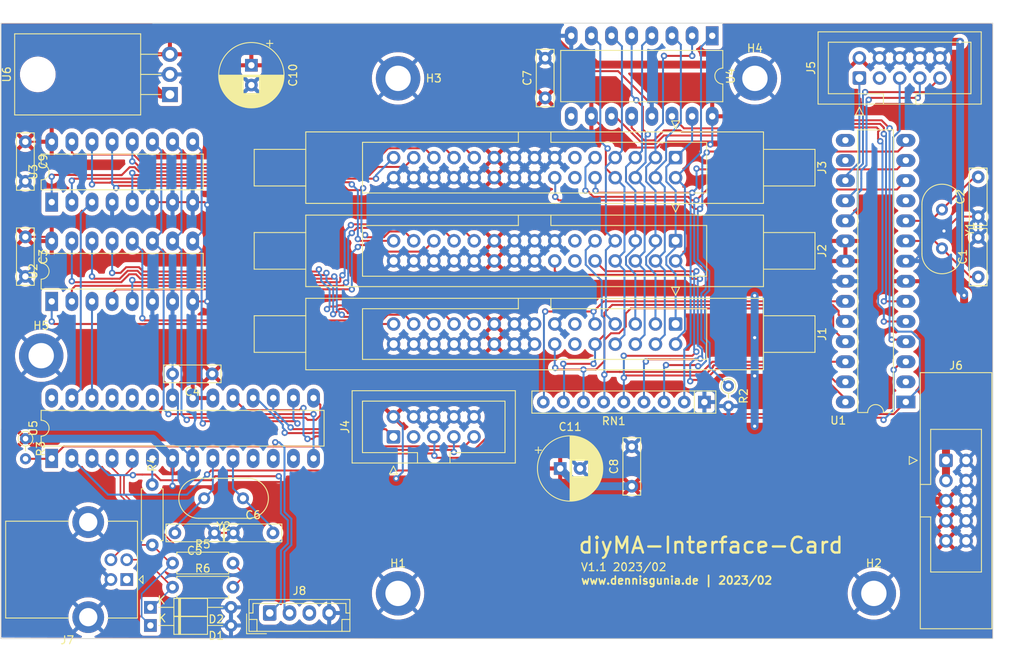
<source format=kicad_pcb>
(kicad_pcb (version 20221018) (generator pcbnew)
  (layers (0 "F.Cu" signal) (31 "B.Cu" signal) (34 "B.Paste" user) (35 "F.Paste" user) (36 "B.SilkS" user "B.Silkscreen") (37 "F.SilkS" user "F.Silkscreen") (38 "B.Mask" user) (39 "F.Mask" user) (44 "Edge.Cuts" user))
  (net 0 "")
  (net 1 "+5V")
  (net 2 "GND")
  (net 3 "+5VA")
  (net 4 "MATRIX_1")
  (net 5 "MATRIX_2")
  (net 6 "MATRIX_3")
  (net 7 "Net-(C1-Pad2)")
  (net 8 "Net-(C5-Pad2)")
  (net 9 "Net-(C6-Pad2)")
  (net 10 "MATRIX_7")
  (net 11 "MATRIX_8")
  (net 12 "MATRIX_A")
  (net 13 "MATRIX_B")
  (net 14 "MATRIX_D")
  (net 15 "MATRIX_C")
  (net 16 "MATRIX_4")
  (net 17 "MATRIX_5")
  (net 18 "MATRIX_6")
  (net 21 "MATRIX_E")
  (net 22 "ANALOG_11")
  (net 23 "~{RESET}")
  (net 24 "+12V")
  (net 25 "ANALOG_12")
  (net 26 "Net-(C2-Pad2)")
  (net 27 "ANALOG_13")
  (net 28 "ANALOG_14")
  (net 29 "USB_D+")
  (net 30 "USB_D-")
  (net 31 "ANALOG_15")
  (net 32 "MATRIX_G")
  (net 33 "MATRIX_H")
  (net 34 "ICSP1_MOSI")
  (net 35 "/#USB_D-")
  (net 36 "/#USB_D+")
  (net 38 "ICSP1_SCK")
  (net 39 "ICSP1_MISO")
  (net 40 "ICSP2_MOSI")
  (net 43 "MIDI_OUT")
  (net 45 "MATRIX_I")
  (net 46 "USB_INT")
  (net 47 "MATRIX_F")
  (net 48 "ICSP2_MISO")
  (net 49 "ICSP2_SCK")
  (net 50 "ANALOG_22")
  (net 51 "MUX_A0")
  (net 52 "ANALOG_23")
  (net 53 "ANALOG_25")
  (net 54 "MUX_A1")
  (net 55 "ANALOG_24")
  (net 56 "MUX_S2")
  (net 57 "MUX_S1")
  (net 58 "MUX_S0")
  (net 59 "ANALOG_21")
  (net 61 "MIDI_CHAIN")
  (net 72 "Net-(U4-Pad14)")
  (net 73 "Net-(U4-Pad11)")
  (net 74 "Net-(U4-Pad12)")
  (net 78 "ANALOG_31")
  (net 79 "ANALOG_32")
  (net 80 "ANALOG_33")
  (net 81 "ANALOG_34")
  (net 82 "ANALOG_35")
  (footprint "Resistor_THT:R_Axial_DIN0204_L3.6mm_D1.6mm_P2.54mm_Vertical" (layer "F.Cu") (at 121.666 83.82 -90)
    (fp_text reference "R2")
    (fp_text value "10k")
  )
  (footprint "Connector_JST:JST_EH_B4B-EH-A_1x04_P2.50mm_Vertical" (layer "F.Cu") (at 63.814 112.476)
    (fp_text reference "J8")
    (fp_text value "Conn_01x04_Male")
  )
  (footprint "MountingHole:MountingHole_3.2mm_M3_DIN965_Pad" (layer "F.Cu") (at 80 45)
    (fp_text reference "H3")
    (fp_text value "MountingHole")
  )
  (footprint "Capacitor_THT:CP_Radial_D8.0mm_P2.50mm" (layer "F.Cu") (at 61.5 43.347349 -90)
    (fp_text reference "C10")
    (fp_text value "100uF")
  )
  (footprint "Diode_THT:D_DO-35_SOD27_P10.16mm_Horizontal" (layer "F.Cu") (at 48.768 114.046)
    (fp_text reference "D1")
    (fp_text value "3V6")
  )
  (footprint "Capacitor_THT:C_Rect_L7.0mm_W2.0mm_P5.00mm" (layer "F.Cu") (at 33 53 -90)
    (fp_text reference "C9")
    (fp_text value "100nF")
  )
  (footprint "Connector_IDC:IDC-Header_2x15_P2.54mm_Latch6.5mm_Vertical" (layer "F.Cu") (at 115 76 -90)
    (fp_text reference "J1")
    (fp_text value "Conn_02x16_Odd_Even")
  )
  (footprint "Package_DIP:DIP-16_W7.62mm_LongPads" (layer "F.Cu") (at 36.322 73.152 90)
    (fp_text reference "U2")
    (fp_text value "74HC4051")
  )
  (footprint "Connector_IDC:IDC-Header_2x15_P2.54mm_Latch6.5mm_Vertical" (layer "F.Cu") (at 115 55 -90)
    (fp_text reference "J3")
    (fp_text value "Conn_02x16_Odd_Even")
  )
  (footprint "Resistor_THT:R_Axial_DIN0207_L6.3mm_D2.5mm_P7.62mm_Horizontal" (layer "F.Cu") (at 51.562 106.172)
    (fp_text reference "R5")
    (fp_text value "68")
  )
  (footprint "MountingHole:MountingHole_3.2mm_M3_DIN965_Pad" (layer "F.Cu") (at 125 45)
    (fp_text reference "H4")
    (fp_text value "MountingHole")
  )
  (footprint "Capacitor_THT:C_Rect_L7.0mm_W2.0mm_P5.00mm" (layer "F.Cu") (at 59.222 102.362)
    (fp_text reference "C6")
    (fp_text value "33pF")
  )
  (footprint "Package_DIP:DIP-16_W10.16mm_LongPads" (layer "F.Cu") (at 119.619 39.629 -90)
    (fp_text reference "U4")
    (fp_text value "74HC595")
  )
  (footprint "Capacitor_THT:C_Rect_L7.0mm_W2.0mm_P5.00mm" (layer "F.Cu") (at 56.562 82.296 180)
    (fp_text reference "C4")
    (fp_text value "100nF")
  )
  (footprint "Connector_IDC:IDC-Header_2x05_P2.54mm_Latch_Vertical" (layer "F.Cu") (at 149.098 93.218)
    (fp_text reference "J6")
    (fp_text value "Conn_02x05_Odd_Even")
  )
  (footprint "Resistor_THT:R_Array_SIP9" (layer "F.Cu") (at 118.633 85.852 180)
    (fp_text reference "RN1")
    (fp_text value "R_Network08")
  )
  (footprint "Capacitor_THT:C_Rect_L7.0mm_W2.0mm_P5.00mm" (layer "F.Cu") (at 56.856 102.362 180)
    (fp_text reference "C5")
    (fp_text value "33pF")
  )
  (footprint "Crystal:Crystal_HC18-U_Vertical" (layer "F.Cu") (at 60.45 98 180)
    (fp_text reference "Y2")
    (fp_text value "16MHz")
  )
  (footprint "MountingHole:MountingHole_3.2mm_M3_DIN965_Pad" (layer "F.Cu") (at 80 110)
    (fp_text reference "H1")
    (fp_text value "MountingHole")
  )
  (footprint "Capacitor_THT:C_Rect_L7.0mm_W2.0mm_P5.00mm" (layer "F.Cu") (at 109.474 96.48 90)
    (fp_text reference "C8")
    (fp_text value "100nF")
  )
  (footprint "Crystal:Crystal_HC18-U_Vertical" (layer "F.Cu") (at 148.59 61.558 -90)
    (fp_text reference "Y1")
    (fp_text value "16MHz")
  )
  (footprint "Connector_IDC:IDC-Header_2x05_P2.54mm_Vertical" (layer "F.Cu") (at 79.42 90.2525 90)
    (fp_text reference "J4")
    (fp_text value "Conn_02x05_Odd_Even")
  )
  (footprint "MountingHole:MountingHole_3.2mm_M3_DIN965_Pad" (layer "F.Cu") (at 35 80)
    (fp_text reference "H5")
    (fp_text value "MountingHole")
  )
  (footprint "Connector_IDC:IDC-Header_2x15_P2.54mm_Latch6.5mm_Vertical" (layer "F.Cu") (at 115 65.5 -90)
    (fp_text reference "J2")
    (fp_text value "Conn_02x16_Odd_Even")
  )
  (footprint "Resistor_THT:R_Axial_DIN0204_L3.6mm_D1.6mm_P2.54mm_Vertical" (layer "F.Cu") (at 33.02 90.474 -90)
    (fp_text reference "R3")
    (fp_text value "10k")
  )
  (footprint "Connector_USB:USB_B_Lumberg_2411_02_Horizontal" (layer "F.Cu") (at 45.7875 108.25 180)
    (fp_text reference "J7")
    (fp_text value "USB_B")
  )
  (footprint "Capacitor_THT:C_Rect_L7.0mm_W2.0mm_P5.00mm" (layer "F.Cu") (at 153.162 62.444 90)
    (fp_text reference "C2")
    (fp_text value "33pF")
  )
  (footprint "Package_DIP:DIP-16_W7.62mm_LongPads" (layer "F.Cu") (at 36.322 60.62 90)
    (fp_text reference "U3")
    (fp_text value "74HC4051")
  )
  (footprint "Package_DIP:DIP-28_W7.62mm_LongPads" (layer "F.Cu") (at 36.322 92.964 90)
    (fp_text reference "U5")
    (fp_text value "ATmega8-16P")
  )
  (footprint "Capacitor_THT:C_Rect_L7.0mm_W2.0mm_P5.00mm" (layer "F.Cu") (at 33 65 -90)
    (fp_text reference "C3")
    (fp_text value "100nF")
  )
  (footprint "Resistor_THT:R_Axial_DIN0207_L6.3mm_D2.5mm_P7.62mm_Horizontal" (layer "F.Cu") (at 51.562 109.22)
    (fp_text reference "R6")
    (fp_text value "68")
  )
  (footprint "Connector_IDC:IDC-Header_2x05_P2.54mm_Vertical" (layer "F.Cu") (at 138.176 44.958 90)
    (fp_text reference "J5")
    (fp_text value "Conn_02x05_Odd_Even")
  )
  (footprint "Capacitor_THT:CP_Radial_D8.0mm_P2.50mm" (layer "F.Cu") (at 100.447349 94.234)
    (fp_text reference "C11")
    (fp_text value "100uF")
  )
  (footprint "Capacitor_THT:C_Rect_L7.0mm_W2.0mm_P5.00mm" (layer "F.Cu") (at 153.162 65.064 -90)
    (fp_text reference "C1")
    (fp_text value "33pF")
  )
  (footprint "MountingHole:MountingHole_3.2mm_M3_DIN965_Pad" (layer "F.Cu") (at 140 110)
    (fp_text reference "H2")
    (fp_text value "MountingHole")
  )
  (footprint "Resistor_THT:R_Axial_DIN0207_L6.3mm_D2.5mm_P7.62mm_Horizontal" (layer "F.Cu") (at 49 103.886 90)
    (fp_text reference "R4")
    (fp_text value "2k2")
  )
  (footprint "Package_TO_SOT_THT:TO-220-3_Horizontal_TabDown" (layer "F.Cu") (at 51.23 47.04 90)
    (fp_text reference "U6")
    (fp_text value "L7805")
  )
  (footprint "Diode_THT:D_DO-35_SOD27_P10.16mm_Horizontal" (layer "F.Cu") (at 48.768 111.76)
    (fp_text reference "D2")
    (fp_text value "3V6")
  )
  (footprint "Package_DIP:DIP-28_W7.62mm_LongPads" (layer "F.Cu") (at 144.033 85.842 180)
    (fp_text reference "U1")
    (fp_text value "ATmega8-16P")
  )
  (footprint "Capacitor_THT:C_Rect_L7.0mm_W2.0mm_P5.00mm" (layer "F.Cu") (at 98.552 47.458 90)
    (fp_text reference "C7")
    (fp_text value "100nF")
  )
  (gr_rect (start 29.92 38.038) (end 155 115.708) (stroke (width 0.1)) (fill none) (layer "Edge.Cuts"))
  (gr_text "V1.1 2023/02" (at 108.458 106.68) (layer "F.SilkS") (effects (font (size 1 1))))
  (gr_text "diyMA-Interface-Card" (at 119.458 103.93) (layer "F.SilkS") (effects (font (size 2 2) (thickness 0.3))))
  (gr_text "www.dennisgunia.de | 2023/02" (at 115.138 108.36) (layer "F.SilkS") (effects (font (size 1 1) (thickness 0.2))))
  (segment (start 124.754 96.48) (end 138.644 96.48) (width 1) (layer "F.Cu") (net 1))
  (segment (start 51.636989 96.52) (end 51.562 96.445011) (width 0.25) (layer "F.Cu") (net 1))
  (segment (start 109.474 96.48) (end 124.754 96.48) (width 1) (layer "F.Cu") (net 1))
  (segment (start 136.413 68.062) (end 129.3235 68.062) (width 0.25) (layer "F.Cu") (net 1))
  (segment (start 124.754 96.48) (end 124.754 89.114) (width 1) (layer "F.Cu") (net 1))
  (segment (start 119.38 53.34) (end 113.032114 53.34) (width 0.25) (layer "F.Cu") (net 1))
  (segment (start 140.462 98.298) (end 149.098 98.298) (width 1) (layer "F.Cu") (net 1))
  (segment (start 59.256469 95.937531) (end 58.674 96.52) (width 0.25) (layer "F.Cu") (net 1))
  (segment (start 79.322469 95.937531) (end 59.256469 95.937531) (width 0.25) (layer "F.Cu") (net 1))
  (segment (start 138.644 96.48) (end 140.462 98.298) (width 1) (layer "F.Cu") (net 1))
  (segment (start 79.756 95.504) (end 79.322469 95.937531) (width 0.25) (layer "F.Cu") (net 1))
  (segment (start 113.032114 53.34) (end 112.640594 53.73152) (width 0.25) (layer "F.Cu") (net 1))
  (segment (start 129.3235 68.062) (end 124.968 72.4175) (width 0.25) (layer "F.Cu") (net 1))
  (segment (start 58.674 96.52) (end 51.636989 96.52) (width 0.25) (layer "F.Cu") (net 1))
  (segment (start 136.413 65.522) (end 136.413 68.062) (width 0.25) (layer "F.Cu") (net 1))
  (segment (start 112.640594 53.73152) (end 108.32152 53.73152) (width 0.25) (layer "F.Cu") (net 1))
  (segment (start 124.754 89.114) (end 124.968 88.9) (width 1) (layer "F.Cu") (net 1))
  (segment (start 108.32152 53.73152) (end 104.379 49.789) (width 0.25) (layer "F.Cu") (net 1))
  (via (at 79.756 95.504) (size 0.8) (drill 0.4) (layers "F.Cu" "B.Cu") (net 1))
  (via (at 51.562 96.445011) (size 0.8) (drill 0.4) (layers "F.Cu" "B.Cu") (net 1))
  (via (at 124.968 82.55) (size 0.8) (drill 0.4) (layers "F.Cu" "B.Cu") (net 1))
  (via (at 124.968 88.9) (size 0.8) (drill 0.4) (layers "F.Cu" "B.Cu") (net 1))
  (via (at 119.38 53.34) (size 0.8) (drill 0.4) (layers "F.Cu" "B.Cu") (net 1))
  (via (at 124.968 77.724) (size 0.8) (drill 0.4) (layers "F.Cu" "B.Cu") (net 1))
  (via (at 124.968 72.4175) (size 0.8) (drill 0.4) (layers "F.Cu" "B.Cu") (net 1))
  (segment (start 102.693349 96.48) (end 109.474 96.48) (width 1) (layer "B.Cu") (net 1))
  (segment (start 119.619 53.101) (end 119.38 53.34) (width 0.25) (layer "B.Cu") (net 1))
  (segment (start 80.59452 88.88702) (end 80.59452 94.66548) (width 0.25) (layer "B.Cu") (net 1))
  (segment (start 124.968 77.724) (end 124.968 72.4175) (width 1) (layer "B.Cu") (net 1))
  (segment (start 124.968 88.9) (end 124.968 82.55) (width 1) (layer "B.Cu") (net 1))
  (segment (start 51.562 92.964) (end 49.072 90.474) (width 1) (layer "B.Cu") (net 1))
  (segment (start 100.447349 94.234) (end 102.693349 96.48) (width 1) (layer "B.Cu") (net 1))
  (segment (start 80.59452 94.66548) (end 79.756 95.504) (width 0.25) (layer "B.Cu") (net 1))
  (segment (start 124.968 82.55) (end 124.968 77.724) (width 1) (layer "B.Cu") (net 1))
  (segment (start 51.562 96.445011) (end 51.562 92.964) (width 0.25) (layer "B.Cu") (net 1))
  (segment (start 49.072 90.474) (end 33.02 90.474) (width 1) (layer "B.Cu") (net 1))
  (segment (start 79.42 87.7125) (end 80.59452 88.88702) (width 0.25) (layer "B.Cu") (net 1))
  (segment (start 119.619 49.789) (end 119.619 53.101) (width 0.25) (layer "B.Cu") (net 1))
  (segment (start 153.162 62.444) (end 150.662 62.444) (width 0.25) (layer "F.Cu") (net 2))
  (segment (start 150.662 62.444) (end 148.844 64.262) (width 0.25) (layer "F.Cu") (net 2))
  (segment (start 54.102 60.62) (end 51.562 60.62) (width 0.25) (layer "F.Cu") (net 2))
  (segment (start 56.856 102.362) (end 59.222 102.362) (width 0.25) (layer "F.Cu") (net 2))
  (segment (start 54.102 60.62) (end 55.61102 60.62) (width 0.25) (layer "F.Cu") (net 2))
  (segment (start 111.999 48.339) (end 107.748511 44.088511) (width 0.25) (layer "F.Cu") (net 2))
  (segment (start 107.748511 44.088511) (end 100.182511 44.088511) (width 0.25) (layer "F.Cu") (net 2))
  (segment (start 49.022 60.62) (end 51.562 60.62) (width 0.25) (layer "F.Cu") (net 2))
  (segment (start 55.61102 60.62) (end 55.95102 60.96) (width 0.25) (layer "F.Cu") (net 2))
  (segment (start 111.999 49.789) (end 111.999 48.339) (width 0.25) (layer "F.Cu") (net 2))
  (segment (start 55.95102 73.152) (end 54.102 73.152) (width 0.25) (layer "F.Cu") (net 2))
  (segment (start 100.182511 44.088511) (end 98.552 42.458) (width 0.25) (layer "F.Cu") (net 2))
  (via (at 55.95102 73.152) (size 0.8) (drill 0.4) (layers "F.Cu" "B.Cu") (net 2))
  (via (at 55.95102 60.96) (size 0.8) (drill 0.4) (layers "F.Cu" "B.Cu") (net 2))
  (via (at 148.844 64.262) (size 0.8) (drill 0.4) (layers "F.Cu" "B.Cu") (net 2))
  (segment (start 55.88 72.898) (end 55.88 73.08098) (width 0.25) (layer "B.Cu") (net 2))
  (segment (start 55.88 61.03102) (end 55.88 72.898) (width 0.25) (layer "B.Cu") (net 2))
  (segment (start 55.88 73.08098) (end 55.95102 73.152) (width 0.25) (layer "B.Cu") (net 2))
  (segment (start 148.844 64.262) (end 145.044 68.062) (width 0.25) (layer "B.Cu") (net 2))
  (segment (start 51.562 73.152) (end 51.562 82.296) (width 0.25) (layer "B.Cu") (net 2))
  (segment (start 51.562 85.344) (end 52.237 86.019) (width 0.25) (layer "B.Cu") (net 2))
  (segment (start 55.95102 60.96) (end 55.88 61.03102) (width 0.25) (layer "B.Cu") (net 2))
  (segment (start 153.162 65.064) (end 153.162 62.444) (width 0.25) (layer "B.Cu") (net 2))
  (segment (start 52.237 91.099) (end 54.102 92.964) (width 0.25) (layer "B.Cu") (net 2))
  (segment (start 52.237 86.019) (end 52.237 91.099) (width 0.25) (layer "B.Cu") (net 2))
  (segment (start 145.044 68.062) (end 144.033 68.062) (width 0.25) (layer "B.Cu") (net 2))
  (segment (start 51.562 85.344) (end 51.562 82.296) (width 0.25) (layer "B.Cu") (net 2))
  (segment (start 33 65) (end 35.79 65) (width 0.25) (layer "F.Cu") (net 3))
  (segment (start 35.79 65) (end 36.322 65.532) (width 0.25) (layer "F.Cu") (net 3))
  (segment (start 33 53) (end 36.322 53) (width 0.25) (layer "F.Cu") (net 3))
  (segment (start 113.825489 56.174511) (end 115 55) (width 0.25) (layer "B.Cu") (net 4))
  (segment (start 115 59.20101) (end 113.825489 58.026499) (width 0.25) (layer "B.Cu") (net 4))
  (segment (start 115 65.5) (end 115 59.20101) (width 0.25) (layer "B.Cu") (net 4))
  (segment (start 115 66.356) (end 115 65.5) (width 0.25) (layer "B.Cu") (net 4))
  (segment (start 115 69.70101) (end 113.825489 68.526499) (width 0.25) (layer "B.Cu") (net 4))
  (segment (start 115 55) (end 117.079 52.921) (width 0.25) (layer "B.Cu") (net 4))
  (segment (start 113.825489 68.526499) (end 113.825489 67.530511) (width 0.25) (layer "B.Cu") (net 4))
  (segment (start 117.079 52.921) (end 117.079 49.789) (width 0.25) (layer "B.Cu") (net 4))
  (segment (start 113.825489 67.530511) (end 115 66.356) (width 0.25) (layer "B.Cu") (net 4))
  (segment (start 115 76) (end 115 69.70101) (width 0.25) (layer "B.Cu") (net 4))
  (segment (start 113.825489 58.026499) (end 113.825489 56.174511) (width 0.25) (layer "B.Cu") (net 4))
  (segment (start 115 78.54) (end 115 78.012493) (width 0.25) (layer "B.Cu") (net 5))
  (segment (start 116.17452 66.86548) (end 116.17452 58.71452) (width 0.25) (layer "B.Cu") (net 5))
  (segment (start 116.17452 69.21452) (end 115 68.04) (width 0.25) (layer "B.Cu") (net 5))
  (segment (start 116.17452 58.71452) (end 115 57.54) (width 0.25) (layer "B.Cu") (net 5))
  (segment (start 115 68.04) (end 116.17452 66.86548) (width 0.25) (layer "B.Cu") (net 5))
  (segment (start 118.20352 54.33648) (end 118.20352 41.04448) (width 0.25) (layer "B.Cu") (net 5))
  (segment (start 115 78.012493) (end 116.17452 76.837973) (width 0.25) (layer "B.Cu") (net 5))
  (segment (start 118.20352 41.04448) (end 119.619 39.629) (width 0.25) (layer "B.Cu") (net 5))
  (segment (start 115 57.54) (end 118.20352 54.33648) (width 0.25) (layer "B.Cu") (net 5))
  (segment (start 116.17452 76.837973) (end 116.17452 69.21452) (width 0.25) (layer "B.Cu") (net 5))
  (segment (start 113.538 42.164) (end 117.094 42.164) (width 0.25) (layer "F.Cu") (net 6))
  (via (at 113.538 42.164) (size 0.8) (drill 0.4) (layers "F.Cu" "B.Cu") (net 6))
  (via (at 117.094 42.164) (size 0.8) (drill 0.4) (layers "F.Cu" "B.Cu") (net 6))
  (segment (start 112.46 59.20101) (end 111.285489 58.026499) (width 0.25) (layer "B.Cu") (net 6))
  (segment (start 112.46 69.70101) (end 111.285489 68.526499) (width 0.25) (layer "B.Cu") (net 6))
  (segment (start 112.46 66.356) (end 112.46 65.5) (width 0.25) (layer "B.Cu") (net 6))
  (segment (start 112.46 76) (end 112.46 69.70101) (width 0.25) (layer "B.Cu") (net 6))
  (segment (start 113.41448 42.28752) (end 113.538 42.164) (width 0.25) (layer "B.Cu") (net 6))
  (segment (start 112.46 55) (end 112.46 51.609271) (width 0.25) (layer "B.Cu") (net 6))
  (segment (start 117.094 42.164) (end 117.079 42.149) (width 0.25) (layer "B.Cu") (net 6))
  (segment (start 113.41448 50.654791) (end 113.41448 42.28752) (width 0.25) (layer "B.Cu") (net 6))
  (segment (start 117.079 42.149) (end 117.079 39.629) (width 0.25) (layer "B.Cu") (net 6))
  (segment (start 111.285489 67.530511) (end 112.46 66.356) (width 0.25) (layer "B.Cu") (net 6))
  (segment (start 111.285489 68.526499) (end 111.285489 67.530511) (width 0.25) (layer "B.Cu") (net 6))
  (segment (start 112.46 51.609271) (end 113.41448 50.654791) (width 0.25) (layer "B.Cu") (net 6))
  (segment (start 111.285489 58.026499) (end 111.285489 56.174511) (width 0.25) (layer "B.Cu") (net 6))
  (segment (start 111.285489 56.174511) (end 112.46 55) (width 0.25) (layer "B.Cu") (net 6))
  (segment (start 112.46 65.5) (end 112.46 59.20101) (width 0.25) (layer "B.Cu") (net 6))
  (segment (start 152.196 70.064) (end 153.162 70.064) (width 0.25) (layer "F.Cu") (net 7))
  (segment (start 147.654 65.522) (end 148.59 66.458) (width 0.25) (layer "F.Cu") (net 7))
  (segment (start 144.033 65.522) (end 147.654 65.522) (width 0.25) (layer "F.Cu") (net 7))
  (segment (start 148.59 66.458) (end 152.196 70.064) (width 0.25) (layer "F.Cu") (net 7))
  (segment (start 56.642 92.964) (end 56.642 96.908) (width 0.25) (layer "B.Cu") (net 8))
  (segment (start 56.642 96.908) (end 55.55 98) (width 0.25) (layer "B.Cu") (net 8))
  (segment (start 55.55 98) (end 51.856 101.694) (width 0.25) (layer "B.Cu") (net 8))
  (segment (start 51.856 101.694) (end 51.856 102.362) (width 0.25) (layer "B.Cu") (net 8))
  (segment (start 59.182 96.732) (end 60.45 98) (width 0.25) (layer "B.Cu") (net 9))
  (segment (start 59.182 92.964) (end 59.182 96.732) (width 0.25) (layer "B.Cu") (net 9))
  (segment (start 64.222 101.772) (end 64.222 102.362) (width 0.25) (layer "B.Cu") (net 9))
  (segment (start 60.45 98) (end 64.222 101.772) (width 0.25) (layer "B.Cu") (net 9))
  (segment (start 106.205489 66.674511) (end 107.38 65.5) (width 0.25) (layer "B.Cu") (net 10))
  (segment (start 107.38 55) (end 108.23 54.15) (width 0.25) (layer "B.Cu") (net 10))
  (segment (start 108.23 40.94) (end 106.919 39.629) (width 0.25) (layer "B.Cu") (net 10))
  (segment (start 106.205489 74.825489) (end 106.205489 66.674511) (width 0.25) (layer "B.Cu") (net 10))
  (segment (start 106.205489 64.325489) (end 106.205489 56.174511) (width 0.25) (layer "B.Cu") (net 10))
  (segment (start 106.205489 56.174511) (end 107.38 55) (width 0.25) (layer "B.Cu") (net 10))
  (segment (start 107.38 65.5) (end 106.205489 64.325489) (width 0.25) (layer "B.Cu") (net 10))
  (segment (start 107.38 76) (end 106.205489 74.825489) (width 0.25) (layer "B.Cu") (net 10))
  (segment (start 108.23 54.15) (end 108.23 40.94) (width 0.25) (layer "B.Cu") (net 10))
  (segment (start 106.205489 56.365489) (end 106.205489 54.068511) (width 0.25) (layer "F.Cu") (net 11))
  (segment (start 107.38 57.54) (end 106.205489 56.365489) (width 0.25) (layer "F.Cu") (net 11))
  (segment (start 106.205489 54.068511) (end 106.426 53.848) (width 0.25) (layer "F.Cu") (net 11))
  (via (at 106.426 53.848) (size 0.8) (drill 0.4) (layers "F.Cu" "B.Cu") (net 11))
  (segment (start 108.554511 77.365489) (end 108.554511 69.214511) (width 0.25) (layer "B.Cu") (net 11))
  (segment (start 108.554511 58.714511) (end 107.38 57.54) (width 0.25) (layer "B.Cu") (net 11))
  (segment (start 107.38 78.54) (end 108.554511 77.365489) (width 0.25) (layer "B.Cu") (net 11))
  (segment (start 105.50352 40.75352) (end 104.379 39.629) (width 0.25) (layer "B.Cu") (net 11))
  (segment (start 108.554511 66.865489) (end 108.554511 58.714511) (width 0.25) (layer "B.Cu") (net 11))
  (segment (start 105.50352 52.92552) (end 105.50352 40.75352) (width 0.25) (layer "B.Cu") (net 11))
  (segment (start 106.426 53.848) (end 105.50352 52.92552) (width 0.25) (layer "B.Cu") (net 11))
  (segment (start 108.554511 69.214511) (end 107.38 68.04) (width 0.25) (layer "B.Cu") (net 11))
  (segment (start 107.38 68.04) (end 108.554511 66.865489) (width 0.25) (layer "B.Cu") (net 11))
  (segment (start 136.413 73.142) (end 105.928 73.142) (width 0.25) (layer "F.Cu") (net 12))
  (segment (start 98.552 74.422) (end 104.648 74.422) (width 0.25) (layer "F.Cu") (net 12))
  (segment (start 105.928 73.142) (end 104.648 74.422) (width 0.25) (layer "F.Cu") (net 12))
  (via (at 104.648 74.422) (size 0.8) (drill 0.4) (layers "F.Cu" "B.Cu") (net 12))
  (via (at 98.552 74.422) (size 0.8) (drill 0.4) (layers "F.Cu" "B.Cu") (net 12))
  (segment (start 104.648 74.422) (end 104.648 75.808) (width 0.25) (layer "B.Cu") (net 12))
  (segment (start 104.648 75.808) (end 104.84 76) (width 0.25) (layer "B.Cu") (net 12))
  (segment (start 98.394511 85.770489) (end 98.394511 74.579489) (width 0.25) (layer "B.Cu") (net 12))
  (segment (start 98.313 85.852) (end 98.394511 85.770489) (width 0.25) (layer "B.Cu") (net 12))
  (segment (start 98.394511 74.579489) (end 98.552 74.422) (width 0.25) (layer "B.Cu") (net 12))
  (segment (start 134.80552 73.59152) (end 107.00248 73.59152) (width 0.25) (layer "F.Cu") (net 13))
  (segment (start 135.55648 74.82548) (end 135.55648 74.34248) (width 0.25) (layer "F.Cu") (net 13))
  (segment (start 135.55648 74.34248) (end 134.80552 73.59152) (width 0.25) (layer "F.Cu") (net 13))
  (segment (start 106.014511 74.579489) (end 106.014511 77.365489) (width 0.25) (layer "F.Cu") (net 13))
  (segment (start 136.413 75.682) (end 135.55648 74.82548) (width 0.25) (layer "F.Cu") (net 13))
  (segment (start 100.838 81.026) (end 104.648 81.026) (width 0.25) (layer "F.Cu") (net 13))
  (segment (start 107.00248 73.59152) (end 106.014511 74.579489) (width 0.25) (layer "F.Cu") (net 13))
  (segment (start 106.014511 77.365489) (end 104.84 78.54) (width 0.25) (layer "F.Cu") (net 13))
  (via (at 104.648 81.026) (size 0.8) (drill 0.4) (layers "F.Cu" "B.Cu") (net 13))
  (via (at 100.838 81.026) (size 0.8) (drill 0.4) (layers "F.Cu" "B.Cu") (net 13))
  (segment (start 104.84 80.834) (end 104.84 78.54) (width 0.25) (layer "B.Cu") (net 13))
  (segment (start 104.648 81.026) (end 104.84 80.834) (width 0.25) (layer "B.Cu") (net 13))
  (segment (start 100.853 85.852) (end 100.934511 85.770489) (width 0.25) (layer "B.Cu") (net 13))
  (segment (start 100.934511 85.770489) (end 100.934511 81.122511) (width 0.25) (layer "B.Cu") (net 13))
  (segment (start 100.934511 81.122511) (end 100.838 81.026) (width 0.25) (layer "B.Cu") (net 13))
  (segment (start 107.95 82.042) (end 107.957759 82.049759) (width 0.25) (layer "F.Cu") (net 14))
  (segment (start 106.014511 82.392511) (end 106.365022 82.042) (width 0.25) (layer "F.Cu") (net 14))
  (segment (start 106.365022 82.042) (end 107.95 82.042) (width 0.25) (layer "F.Cu") (net 14))
  (segment (start 107.957759 82.049759) (end 118.371759 82.049759) (width 0.25) (layer "F.Cu") (net 14))
  (segment (start 119.644 80.762) (end 136.413 80.762) (width 0.25) (layer "F.Cu") (net 14))
  (segment (start 118.371759 82.034241) (end 119.644 80.762) (width 0.25) (layer "F.Cu") (net 14))
  (segment (start 118.371759 82.049759) (end 118.371759 82.034241) (width 0.25) (layer "F.Cu") (net 14))
  (via (at 106.014511 82.392511) (size 0.8) (drill 0.4) (layers "F.Cu" "B.Cu") (net 14))
  (segment (start 103.665489 68.526499) (end 103.665489 66.674511) (width 0.25) (layer "B.Cu") (net 14))
  (segment (start 105.933 85.852) (end 106.014511 85.770489) (width 0.25) (layer "B.Cu") (net 14))
  (segment (start 103.665489 66.674511) (end 104.84 65.5) (width 0.25) (layer "B.Cu") (net 14))
  (segment (start 106.014511 85.770489) (end 106.014511 82.392511) (width 0.25) (layer "B.Cu") (net 14))
  (segment (start 106.014511 82.392511) (end 106.014511 75.280511) (width 0.25) (layer "B.Cu") (net 14))
  (segment (start 105.685505 70.546515) (end 103.665489 68.526499) (width 0.25) (layer "B.Cu") (net 14))
  (segment (start 105.685505 74.951505) (end 105.685505 70.546515) (width 0.25) (layer "B.Cu") (net 14))
  (segment (start 106.014511 75.280511) (end 105.685505 74.951505) (width 0.25) (layer "B.Cu") (net 14))
  (segment (start 136.413 78.222) (end 134.874 76.683) (width 0.25) (layer "F.Cu") (net 15))
  (segment (start 107.866499 77.174511) (end 106.841207 77.174511) (width 0.25) (layer "F.Cu") (net 15))
  (segment (start 108.712 76.32901) (end 107.866499 77.174511) (width 0.25) (layer "F.Cu") (net 15))
  (segment (start 108.712 74.676) (end 108.712 76.32901) (width 0.25) (layer "F.Cu") (net 15))
  (segment (start 106.841207 77.174511) (end 106.014511 78.001207) (width 0.25) (layer "F.Cu") (net 15))
  (segment (start 134.874 76.683) (end 134.874 74.93) (width 0.25) (layer "F.Cu") (net 15))
  (segment (start 103.378 81.7505) (end 100.0385 81.7505) (width 0.25) (layer "F.Cu") (net 15))
  (segment (start 104.948114 81.7505) (end 103.378 81.7505) (width 0.25) (layer "F.Cu") (net 15))
  (segment (start 106.014511 78.001207) (end 106.014511 80.684103) (width 0.25) (layer "F.Cu") (net 15))
  (segment (start 133.98504 74.04104) (end 109.34696 74.04104) (width 0.25) (layer "F.Cu") (net 15))
  (segment (start 134.874 74.93) (end 133.98504 74.04104) (width 0.25) (layer "F.Cu") (net 15))
  (segment (start 106.014511 80.684103) (end 104.948114 81.7505) (width 0.25) (layer "F.Cu") (net 15))
  (segment (start 109.34696 74.04104) (end 108.712 74.676) (width 0.25) (layer "F.Cu") (net 15))
  (segment (start 100.0385 81.7505) (end 99.822 81.534) (width 0.25) (layer "F.Cu") (net 15))
  (via (at 103.378 81.7505) (size 0.8) (drill 0.4) (layers "F.Cu" "B.Cu") (net 15))
  (via (at 99.822 81.534) (size 0.8) (drill 0.4) (layers "F.Cu" "B.Cu") (net 15))
  (segment (start 103.393 81.7655) (end 103.378 81.7505) (width 0.25) (layer "B.Cu") (net 15))
  (segment (start 99.76 81.472) (end 99.76 78.54) (width 0.25) (layer "B.Cu") (net 15))
  (segment (start 103.393 85.852) (end 103.393 81.7655) (width 0.25) (layer "B.Cu") (net 15))
  (segment (start 99.822 81.534) (end 99.76 81.472) (width 0.25) (layer "B.Cu") (net 15))
  (segment (start 113.634511 77.365489) (end 113.634511 69.214511) (width 0.25) (layer "B.Cu") (net 16))
  (segment (start 115.66352 40.75352) (end 114.539 39.629) (width 0.25) (layer "B.Cu") (net 16))
  (segment (start 113.634511 69.214511) (end 112.46 68.04) (width 0.25) (layer "B.Cu") (net 16))
  (segment (start 113.634511 58.714511) (end 112.46 57.54) (width 0.25) (layer "B.Cu") (net 16))
  (segment (start 112.46 68.04) (end 113.634511 66.865489) (width 0.25) (layer "B.Cu") (net 16))
  (segment (start 112.46 78.54) (end 113.634511 77.365489) (width 0.25) (layer "B.Cu") (net 16))
  (segment (start 113.634511 66.865489) (end 113.634511 58.714511) (width 0.25) (layer "B.Cu") (net 16))
  (segment (start 115.66352 50.654791) (end 115.66352 40.75352) (width 0.25) (layer "B.Cu") (net 16))
  (segment (start 112.46 56.66101) (end 113.802844 55.318166) (width 0.25) (layer "B.Cu") (net 16))
  (segment (start 113.802844 55.318166) (end 113.802844 52.515467) (width 0.25) (layer "B.Cu") (net 16))
  (segment (start 112.46 57.54) (end 112.46 56.66101) (width 0.25) (layer "B.Cu") (net 16))
  (segment (start 113.802844 52.515467) (end 115.66352 50.654791) (width 0.25) (layer "B.Cu") (net 16))
  (segment (start 108.745489 67.530511) (end 109.92 66.356) (width 0.25) (layer "B.Cu") (net 17))
  (segment (start 109.92 59.20101) (end 108.745489 58.026499) (width 0.25) (layer "B.Cu") (net 17))
  (segment (start 109.92 66.356) (end 109.92 65.5) (width 0.25) (layer "B.Cu") (net 17))
  (segment (start 108.745489 56.174511) (end 109.92 55) (width 0.25) (layer "B.Cu") (net 17))
  (segment (start 108.745489 68.526499) (end 108.745489 67.530511) (width 0.25) (layer "B.Cu") (net 17))
  (segment (start 110.77 40.858) (end 111.999 39.629) (width 0.25) (layer "B.Cu") (net 17))
  (segment (start 108.745489 58.026499) (end 108.745489 56.174511) (width 0.25) (layer "B.Cu") (net 17))
  (segment (start 109.92 65.5) (end 109.92 59.20101) (width 0.25) (layer "B.Cu") (net 17))
  (segment (start 109.92 69.70101) (end 108.745489 68.526499) (width 0.25) (layer "B.Cu") (net 17))
  (segment (start 110.77 54.15) (end 110.77 40.858) (width 0.25) (layer "B.Cu") (net 17))
  (segment (start 109.92 55) (end 110.77 54.15) (width 0.25) (layer "B.Cu") (net 17))
  (segment (start 109.92 76) (end 109.92 69.70101) (width 0.25) (layer "B.Cu") (net 17))
  (segment (start 110.87448 48.58098) (end 110.87448 51.44998) (width 0.25) (layer "F.Cu") (net 18))
  (segment (start 110.0455 47.752) (end 110.87448 48.58098) (width 0.25) (layer "F.Cu") (net 18))
  (segment (start 110.87448 51.44998) (end 111.4945 52.07) (width 0.25) (layer "F.Cu") (net 18))
  (via (at 110.0455 47.752) (size 0.8) (drill 0.4) (layers "F.Cu" "B.Cu") (net 18))
  (via (at 111.4945 52.07) (size 0.8) (drill 0.4) (layers "F.Cu" "B.Cu") (net 18))
  (segment (start 109.92 56.904282) (end 109.92 57.54) (width 0.25) (layer "B.Cu") (net 18))
  (segment (start 109.92 68.04) (end 111.094511 66.865489) (width 0.25) (layer "B.Cu") (net 18))
  (segment (start 109.459 39.629) (end 109.459 47.1655) (width 0.25) (layer "B.Cu") (net 18))
  (segment (start 111.094511 77.365489) (end 111.094511 69.214511) (width 0.25) (layer "B.Cu") (net 18))
  (segment (start 111.094511 69.214511) (end 109.92 68.04) (width 0.25) (layer "B.Cu") (net 18))
  (segment (start 109.92 78.54) (end 111.094511 77.365489) (width 0.25) (layer "B.Cu") (net 18))
  (segment (start 111.094511 58.714511) (end 109.92 57.54) (width 0.25) (layer "B.Cu") (net 18))
  (segment (start 111.094511 66.865489) (end 111.094511 58.714511) (width 0.25) (layer "B.Cu") (net 18))
  (segment (start 109.459 47.1655) (end 110.0455 47.752) (width 0.25) (layer "B.Cu") (net 18))
  (segment (start 111.4945 52.07) (end 111.21952 52.34498) (width 0.25) (layer "B.Cu") (net 18))
  (segment (start 111.21952 52.34498) (end 111.21952 55.604762) (width 0.25) (layer "B.Cu") (net 18))
  (segment (start 111.21952 55.604762) (end 109.92 56.904282) (width 0.25) (layer "B.Cu") (net 18))
  (segment (start 134.366 82.499279) (end 135.168721 83.302) (width 0.25) (layer "F.Cu") (net 21))
  (segment (start 119.697859 81.343859) (end 119.830198 81.21152) (width 0.25) (layer "F.Cu") (net 21))
  (segment (start 108.74798 82.499279) (end 118.668721 82.499279) (width 0.25) (layer "F.Cu") (net 21))
  (segment (start 134.366 81.534) (end 134.366 82.499279) (width 0.25) (layer "F.Cu") (net 21))
  (segment (start 119.697859 81.470141) (end 119.697859 81.343859) (width 0.25) (layer "F.Cu") (net 21))
  (segment (start 108.473 82.774259) (end 108.74798 82.499279) (width 0.25) (layer "F.Cu") (net 21))
  (segment (start 119.830198 81.21152) (end 134.04352 81.21152) (width 0.25) (layer "F.Cu") (net 21))
  (segment (start 118.668721 82.499279) (end 119.697859 81.470141) (width 0.25) (layer "F.Cu") (net 21))
  (segment (start 117.617499 79.502) (end 117.109499 80.01) (width 0.25) (layer "F.Cu") (net 21))
  (segment (start 134.04352 81.21152) (end 134.366 81.534) (width 0.25) (layer "F.Cu") (net 21))
  (segment (start 135.168721 83.302) (end 136.413 83.302) (width 0.25) (layer "F.Cu") (net 21))
  (segment (start 117.109499 80.01) (end 108.458 80.01) (width 0.25) (layer "F.Cu") (net 21))
  (segment (start 106.142 69.342) (end 117.617499 69.342) (width 0.25) (layer "F.Cu") (net 21))
  (segment (start 104.84 68.04) (end 106.142 69.342) (width 0.25) (layer "F.Cu") (net 21))
  (via (at 108.458 80.01) (size 0.8) (drill 0.4) (layers "F.Cu" "B.Cu") (net 21))
  (via (at 117.617499 69.342) (size 0.8) (drill 0.4) (layers "F.Cu" "B.Cu") (net 21))
  (via (at 108.473 82.774259) (size 0.8) (drill 0.4) (layers "F.Cu" "B.Cu") (net 21))
  (via (at 117.617499 79.502) (size 0.8) (drill 0.4) (layers "F.Cu" "B.Cu") (net 21))
  (segment (start 117.342519 69.61698) (end 117.342519 74.676) (width 0.25) (layer "B.Cu") (net 21))
  (segment (start 117.342519 74.676) (end 117.342519 79.22702) (width 0.25) (layer "B.Cu") (net 21))
  (segment (start 117.617499 69.342) (end 117.342519 69.61698) (width 0.25) (layer "B.Cu") (net 21))
  (segment (start 108.473 80.025) (end 108.473 85.852) (width 0.25) (layer "B.Cu") (net 21))
  (segment (start 108.458 80.01) (end 108.473 80.025) (width 0.25) (layer "B.Cu") (net 21))
  (segment (start 117.342519 79.22702) (end 117.617499 79.502) (width 0.25) (layer "B.Cu") (net 21))
  (segment (start 77.905635 73.476929) (end 77.215282 74.167282) (width 0.25) (layer "F.Cu") (net 22))
  (segment (start 47.411257 68.920742) (end 47.320423 68.829909) (width 0.25) (layer "F.Cu") (net 22))
  (segment (start 44.998145 69.55442) (end 43.942 69.55442) (width 0.25) (layer "F.Cu") (net 22))
  (segment (start 89.6 76) (end 87.076929 73.476929) (width 0.25) (layer "F.Cu") (net 22))
  (segment (start 69.81212 69.37988) (end 67.564 69.37988) (width 0.25) (layer "F.Cu") (net 22))
  (segment (start 70.021281 69.1049) (end 70.021281 69.170719) (width 0.25) (layer "F.Cu") (net 22))
  (segment (start 73.618029 73.651949) (end 72.411699 73.651949) (width 0.25) (layer "F.Cu") (net 22))
  (segment (start 47.320423 68.829909) (end 45.722656 68.829909) (width 0.25) (layer "F.Cu") (net 22))
  (segment (start 72.39 73.66) (end 72.39 73.673648) (width 0.25) (layer "F.Cu") (net 22))
  (segment (start 67.564 69.37988) (end 49.022 69.37988) (width 0.25) (layer "F.Cu") (net 22))
  (segment (start 45.722656 68.829909) (end 45.211282 69.341283) (width 0.25) (layer "F.Cu") (net 22))
  (segment (start 70.021281 69.170719) (end 69.81212 69.37988) (width 0.25) (layer "F.Cu") (net 22))
  (segment (start 77.180644 74.20192) (end 74.168 74.20192) (width 0.25) (layer "F.Cu") (net 22))
  (segment (start 72.269824 73.793824) (end 72.39 73.66) (width 0.25) (layer "F.Cu") (net 22))
  (segment (start 72.39 73.673648) (end 72.269824 73.793824) (width 0.25) (layer "F.Cu") (net 22))
  (segment (start 74.168 74.20192) (end 73.618029 73.651949) (width 0.25) (layer "F.Cu") (net 22))
  (segment (start 45.211282 69.341283) (end 44.998145 69.55442) (width 0.25) (layer "F.Cu") (net 22))
  (segment (start 87.076929 73.476929) (end 82.804 73.476929) (width 0.25) (layer "F.Cu") (net 22))
  (segment (start 82.804 73.476929) (end 77.905635 73.476929) (width 0.25) (layer "F.Cu") (net 22))
  (segment (start 71.373497 73.793824) (end 71.041835 74.125486) (width 0.25) (layer "F.Cu") (net 22))
  (segment (start 77.215282 74.167282) (end 77.180644 74.20192) (width 0.25) (layer "F.Cu") (net 22))
  (segment (start 49.022 69.37988) (end 47.870396 69.37988) (width 0.25) (layer "F.Cu") (net 22))
  (segment (start 72.269824 73.793824) (end 71.373497 73.793824) (width 0.25) (layer "F.Cu") (net 22))
  (segment (start 47.870396 69.37988) (end 47.411257 68.920742) (width 0.25) (layer "F.Cu") (net 22))
  (segment (start 72.411699 73.651949) (end 72.269824 73.793824) (width 0.25) (layer "F.Cu") (net 22))
  (via (at 43.942 69.55442) (size 0.8) (drill 0.4) (layers "F.Cu" "B.Cu") (net 22))
  (via (at 70.021281 69.1049) (size 0.8) (drill 0.4) (layers "F.Cu" "B.Cu") (net 22))
  (via (at 71.041835 74.125486) (size 0.8) (drill 0.4) (layers "F.Cu" "B.Cu") (net 22))
  (segment (start 43.942 69.55442) (end 43.942 65.532) (width 0.25) (layer "B.Cu") (net 22))
  (segment (start 70.021281 69.630874) (end 70.021281 69.1049) (width 0.25) (layer "B.Cu") (net 22))
  (segment (start 70.299203 69.908796) (end 70.021281 69.630874) (width 0.25) (layer "B.Cu") (net 22))
  (segment (start 71.370429 73.796892) (end 71.370429 72.644) (width 0.25) (layer "B.Cu") (net 22))
  (segment (start 70.866 71.12) (end 70.299203 70.553203) (width 0.25) (layer "B.Cu") (net 22))
  (segment (start 71.370429 71.624429) (end 70.866 71.12) (width 0.25) (layer "B.Cu") (net 22))
  (segment (start 71.041835 74.125486) (end 71.370429 73.796892) (width 0.25) (layer "B.Cu") (net 22))
  (segment (start 70.299203 70.553203) (end 70.299203 69.908796) (width 0.25) (layer "B.Cu") (net 22))
  (segment (start 71.370429 72.644) (end 71.370429 71.624429) (width 0.25) (layer "B.Cu") (net 22))
  (segment (start 64.516 91.18496) (end 64.26148 91.43948) (width 0.25) (layer "F.Cu") (net 23))
  (segment (start 93.726 87.63) (end 93.971489 87.384511) (width 0.25) (layer "F.Cu") (net 23))
  (segment (start 93.726 87.76751) (end 93.726 87.63) (width 0.25) (layer "F.Cu") (net 23))
  (segment (start 64.26148 91.43948) (end 75.373994 91.43948) (width 0.25) (layer "F.Cu") (net 23))
  (segment (start 64.516 90.932) (end 64.516 91.18496) (width 0.25) (layer "F.Cu") (net 23))
  (segment (start 75.373994 91.43948) (end 76.273555 92.33904) (width 0.25) (layer "F.Cu") (net 23))
  (segment (start 93.971489 87.384511) (end 121.911489 87.384511) (width 0.25) (layer "F.Cu") (net 23))
  (segment (start 37.84652 91.43948) (end 64.26148 91.43948) (width 0.25) (layer "F.Cu") (net 23))
  (segment (start 121.911489 87.384511) (end 121.92 87.376) (width 0.25) (layer "F.Cu") (net 23))
  (segment (start 84.582 92.61402) (end 84.856991 92.889011) (width 0.25) (layer "F.Cu") (net 23))
  (segment (start 84.856991 92.889011) (end 88.604499 92.889011) (width 0.25) (layer "F.Cu") (net 23))
  (segment (start 76.273555 92.33904) (end 81.026 92.33904) (width 0.25) (layer "F.Cu") (net 23))
  (segment (start 142.499 87.376) (end 144.033 85.842) (width 0.25) (layer "F.Cu") (net 23))
  (segment (start 88.604499 92.889011) (end 93.726 87.76751) (width 0.25) (layer "F.Cu") (net 23))
  (segment (start 84.30702 92.33904) (end 84.582 92.61402) (width 0.25) (layer "F.Cu") (net 23))
  (segment (start 36.272 93.014) (end 36.322 92.964) (width 0.25) (layer "F.Cu") (net 23))
  (segment (start 36.322 92.964) (end 37.84652 91.43948) (width 0.25) (layer "F.Cu") (net 23))
  (segment (start 81.026 92.33904) (end 84.30702 92.33904) (width 0.25) (layer "F.Cu") (net 23))
  (segment (start 33.02 93.014) (end 36.272 93.014) (width 0.25) (layer "F.Cu") (net 23))
  (segment (start 121.92 87.376) (end 142.499 87.376) (width 0.25) (layer "F.Cu") (net 23))
  (via (at 84.582 92.61402) (size 0.8) (drill 0.4) (layers "F.Cu" "B.Cu") (net 23))
  (via (at 64.516 90.932) (size 0.8) (drill 0.4) (layers "F.Cu" "B.Cu") (net 23))
  (segment (start 142.43552 76.365791) (end 143.031729 76.962) (width 0.25) (layer "B.Cu") (net 23))
  (segment (start 145.796 77.994689) (end 145.796 84.079) (width 0.25) (layer "B.Cu") (net 23))
  (segment (start 145.796 84.079) (end 144.033 85.842) (width 0.25) (layer "B.Cu") (net 23))
  (segment (start 142.43552 52.429169) (end 142.43552 76.365791) (width 0.25) (layer "B.Cu") (net 23))
  (segment (start 65.67748 91.58548) (end 65.024 90.932) (width 0.25) (layer "B.Cu") (net 23))
  (segment (start 84.582 90.3345) (end 84.5 90.2525) (width 0.25) (layer "B.Cu") (net 23))
  (segment (start 65.67748 99.71348) (end 65.67748 91.58548) (width 0.25) (layer "B.Cu") (net 23))
  (segment (start 84.582 92.61402) (end 84.582 90.3345) (width 0.25) (layer "B.Cu") (net 23))
  (segment (start 65.67748 104.75652) (end 66.548 103.886) (width 0.25) (layer "B.Cu") (net 23))
  (segment (start 65.024 90.932) (end 64.516 90.932) (width 0.25) (layer "B.Cu") (net 23))
  (segment (start 143.256 51.608689) (end 142.43552 52.429169) (width 0.25) (layer "B.Cu") (net 23))
  (segment (start 66.548 103.886) (end 66.548 100.584) (width 0.25) (layer "B.Cu") (net 23))
  (segment (start 144.763311 76.962) (end 145.796 77.994689) (width 0.25) (layer "B.Cu") (net 23))
  (segment (start 143.256 44.958) (end 143.256 51.608689) (width 0.25) (layer "B.Cu") (net 23))
  (segment (start 66.548 100.584) (end 65.67748 99.71348) (width 0.25) (layer "B.Cu") (net 23))
  (segment (start 143.031729 76.962) (end 144.763311 76.962) (width 0.25) (layer "B.Cu") (net 23))
  (segment (start 65.67748 111.83948) (end 65.67748 104.75652) (width 0.25) (layer "B.Cu") (net 23))
  (segment (start 66.314 112.476) (end 65.67748 111.83948) (width 0.25) (layer "B.Cu") (net 23))
  (segment (start 149.098 95.758) (end 149.098 93.218) (width 1) (layer "F.Cu") (net 24))
  (segment (start 48.26 45.212) (end 48.26 40.386) (width 1) (layer "F.Cu") (net 24))
  (segment (start 151.384 87.122) (end 149.098 89.408) (width 1) (layer "F.Cu") (net 24))
  (segment (start 51.23 47.04) (end 50.088 47.04) (width 1) (layer "F.Cu") (net 24))
  (segment (start 104.394 42.672) (end 104.985511 43.263511) (width 1) (layer "F.Cu") (net 24))
  (segment (start 98.805359 39.116) (end 102.361359 42.672) (width 1) (layer "F.Cu") (net 24))
  (segment (start 102.361359 42.672) (end 104.394 42.672) (width 1) (layer "F.Cu") (net 24))
  (segment (start 50.088 47.04) (end 48.26 45.212) (width 1) (layer "F.Cu") (net 24))
  (segment (start 123.865022 40.386) (end 150.876 40.386) (width 1) (layer "F.Cu") (net 24))
  (segment (start 151.384 72.39) (end 151.384 87.122) (width 1) (layer "F.Cu") (net 24))
  (segment (start 149.098 89.408) (end 149.098 93.218) (width 1) (layer "F.Cu") (net 24))
  (segment (start 49.53 39.116) (end 98.805359 39.116) (width 1) (layer "F.Cu") (net 24))
  (segment (start 120.987511 43.263511) (end 123.865022 40.386) (width 1) (layer "F.Cu") (net 24))
  (segment (start 48.26 40.386) (end 49.53 39.116) (width 1) (layer "F.Cu") (net 24))
  (segment (start 104.985511 43.263511) (end 120.987511 43.263511) (width 1) (layer "F.Cu") (net 24))
  (via (at 150.876 40.386) (size 0.8) (drill 0.4) (layers "F.Cu" "B.Cu") (net 24))
  (via (at 151.384 72.39) (size 0.8) (drill 0.4) (layers "F.Cu" "B.Cu") (net 24))
  (segment (start 150.876 71.628) (end 151.13 71.882) (width 1) (layer "B.Cu") (net 24))
  (segment (start 150.876 40.386) (end 150.876 71.628) (width 1) (layer "B.Cu") (net 24))
  (segment (start 151.384 72.136) (end 151.384 72.39) (width 1) (layer "B.Cu") (net 24))
  (segment (start 151.13 71.882) (end 151.384 72.136) (width 1) (layer "B.Cu") (net 24))
  (segment (start 72.597897 74.101469) (end 72.460683 74.238683) (width 0.25) (layer "F.Cu") (net 25))
  (segment (start 78.091833 73.926449) (end 77.406141 74.612141) (width 0.25) (layer "F.Cu") (net 25))
  (segment (start 84.986449 73.926449) (end 82.709771 73.926449) (width 0.25) (layer "F.Cu") (net 25))
  (segment (start 72.460683 74.238683) (end 71.935706 74.76366) (width 0.25) (layer "F.Cu") (net 25))
  (segment (start 73.66 74.65144) (end 73.66 74.563366) (width 0.25) (layer "F.Cu") (net 25))
  (segment (start 47.134226 69.279429) (end 45.908853 69.279429) (width 0.25) (layer "F.Cu") (net 25))
  (segment (start 73.66 74.563366) (end 73.198103 74.101469) (width 0.25) (layer "F.Cu") (net 25))
  (segment (start 45.908853 69.279429) (end 45.645531 69.542752) (width 0.25) (layer "F.Cu") (net 25))
  (segment (start 70.969441 69.55442) (end 70.694461 69.8294) (width 0.25) (layer "F.Cu") (net 25))
  (segment (start 71.935706 74.76366) (end 71.811081 74.76366) (width 0.25) (layer "F.Cu") (net 25))
  (segment (start 47.684198 69.8294) (end 47.601399 69.746601) (width 0.25) (layer "F.Cu") (net 25))
  (segment (start 82.709771 73.926449) (end 78.091833 73.926449) (width 0.25) (layer "F.Cu") (net 25))
  (segment (start 77.406141 74.612141) (end 77.366842 74.65144) (width 0.25) (layer "F.Cu") (net 25))
  (segment (start 43.942 70.27892) (end 41.67698 70.27892) (width 0.25) (layer "F.Cu") (net 25))
  (segment (start 87.06 76) (end 84.986449 73.926449) (width 0.25) (layer "F.Cu") (net 25))
  (segment (start 41.67698 70.27892) (end 41.402 70.00394) (width 0.25) (layer "F.Cu") (net 25))
  (segment (start 47.601399 69.746601) (end 47.134226 69.279429) (width 0.25) (layer "F.Cu") (net 25))
  (segment (start 45.645531 69.542752) (end 44.909363 70.27892) (width 0.25) (layer "F.Cu") (net 25))
  (segment (start 73.198103 74.101469) (end 72.597897 74.101469) (width 0.25) (layer "F.Cu") (net 25))
  (segment (start 44.909363 70.27892) (end 43.942 70.27892) (width 0.25) (layer "F.Cu") (net 25))
  (segment (start 77.366842 74.65144) (end 73.66 74.65144) (width 0.25) (layer "F.Cu") (net 25))
  (segment (start 64.262 69.8294) (end 47.684198 69.8294) (width 0.25) (layer "F.Cu") (net 25))
  (segment (start 70.694461 69.8294) (end 64.262 69.8294) (width 0.25) (layer "F.Cu") (net 25))
  (via (at 71.811081 74.76366) (size 0.8) (drill 0.4) (layers "F.Cu" "B.Cu") (net 25))
  (via (at 70.969441 69.55442) (size 0.8) (drill 0.4) (layers "F.Cu" "B.Cu") (net 25))
  (via (at 41.402 70.00394) (size 0.8) (drill 0.4) (layers "F.Cu" "B.Cu") (net 25))
  (segment (start 71.819949 71.374) (end 70.969441 70.523492) (width 0.25) (layer "B.Cu") (net 25))
  (segment (start 71.819949 74.754792) (end 71.819949 71.374) (width 0.25) (layer "B.Cu") (net 25))
  (segment (start 70.969441 70.523492) (end 70.969441 69.55442) (width 0.25) (layer "B.Cu") (net 25))
  (segment (start 41.402 70.00394) (end 41.402 65.532) (width 0.25) (layer "B.Cu") (net 25))
  (segment (start 71.811081 74.76366) (end 71.819949 74.754792) (width 0.25) (layer "B.Cu") (net 25))
  (segment (start 148.59 61.558) (end 152.704 57.444) (width 0.25) (layer "F.Cu") (net 26))
  (segment (start 152.704 57.444) (end 153.162 57.444) (width 0.25) (layer "F.Cu") (net 26))
  (segment (start 144.033 62.982) (end 147.166 62.982) (width 0.25) (layer "F.Cu") (net 26))
  (segment (start 147.166 62.982) (end 148.59 61.558) (width 0.25) (layer "F.Cu") (net 26))
  (segment (start 77.55304 75.10096) (end 73.406 75.10096) (width 0.25) (layer "F.Cu") (net 27))
  (segment (start 84.52 76) (end 82.895969 74.375969) (width 0.25) (layer "F.Cu") (net 27))
  (segment (start 45.212 70.612) (end 45.09556 70.72844) (width 0.25) (layer "F.Cu") (net 27))
  (segment (start 78.278031 74.375969) (end 77.978 74.676) (width 0.25) (layer "F.Cu") (net 27))
  (segment (start 73.17298 75.10096) (end 72.898 74.82598) (width 0.25) (layer "F.Cu") (net 27))
  (segment (start 82.895969 74.375969) (end 78.278031 74.375969) (width 0.25) (layer "F.Cu") (net 27))
  (segment (start 47.498 70.27892) (end 46.948029 69.728949) (width 0.25) (layer "F.Cu") (net 27))
  (segment (start 70.358 70.27892) (end 50.292 70.27892) (width 0.25) (layer "F.Cu") (net 27))
  (segment (start 39.624 70.72844) (end 38.978668 70.72844) (width 0.25) (layer "F.Cu") (net 27))
  (segment (start 71.952273 70.00394) (end 71.677293 70.27892) (width 0.25) (layer "F.Cu") (net 27))
  (segment (start 50.292 70.27892) (end 47.498 70.27892) (width 0.25) (layer "F.Cu") (net 27))
  (segment (start 46.095051 69.728949) (end 45.212 70.612) (width 0.25) (layer "F.Cu") (net 27))
  (segment (start 73.406 75.10096) (end 73.17298 75.10096) (width 0.25) (layer "F.Cu") (net 27))
  (segment (start 71.677293 70.27892) (end 70.358 70.27892) (width 0.25) (layer "F.Cu") (net 27))
  (segment (start 77.978 74.676) (end 77.55304 75.10096) (width 0.25) (layer "F.Cu") (net 27))
  (segment (start 45.09556 70.72844) (end 39.624 70.72844) (width 0.25) (layer "F.Cu") (net 27))
  (segment (start 38.978668 70.72844) (end 38.861117 70.610889) (width 0.25) (layer "F.Cu") (net 27))
  (segment (start 46.948029 69.728949) (end 46.095051 69.728949) (width 0.25) (layer "F.Cu") (net 27))
  (via (at 71.952273 70.00394) (size 0.8) (drill 0.4) (layers "F.Cu" "B.Cu") (net 27))
  (via (at 38.861117 70.610889) (size 0.8) (drill 0.4) (layers "F.Cu" "B.Cu") (net 27))
  (via (at 72.898 74.82598) (size 0.8) (drill 0.4) (layers "F.Cu" "B.Cu") (net 27))
  (segment (start 72.269469 74.197449) (end 72.269469 70.321136) (width 0.25) (layer "B.Cu") (net 27))
  (segment (start 38.861117 70.610889) (end 38.862 70.610006) (width 0.25) (layer "B.Cu") (net 27))
  (segment (start 72.898 74.82598) (end 72.269469 74.197449) (width 0.25) (layer "B.Cu") (net 27))
  (segment (start 38.862 70.610006) (end 38.862 65.532) (width 0.25) (layer "B.Cu") (net 27))
  (segment (start 72.269469 70.321136) (end 71.952273 70.00394) (width 0.25) (layer "B.Cu") (net 27))
  (segment (start 77.724 75.55048) (end 48.02698 75.55048) (width 0.25) (layer "F.Cu") (net 28))
  (segment (start 78.702991 74.825489) (end 77.978 75.55048) (width 0.25) (layer "F.Cu") (net 28))
  (segment (start 48.02698 75.55048) (end 47.752 75.2755) (width 0.25) (layer "F.Cu") (net 28))
  (segment (start 80.805489 74.825489) (end 78.702991 74.825489) (width 0.25) (layer "F.Cu") (net 28))
  (segment (start 81.98 76) (end 80.805489 74.825489) (width 0.25) (layer "F.Cu") (net 28))
  (segment (start 77.978 75.55048) (end 77.724 75.55048) (width 0.25) (layer "F.Cu") (net 28))
  (via (at 47.752 75.2755) (size 0.8) (drill 0.4) (layers "F.Cu" "B.Cu") (net 28))
  (segment (start 47.752 66.802) (end 46.482 65.532) (width 0.25) (layer "B.Cu") (net 28))
  (segment (start 47.752 75.2755) (end 47.752 66.802) (width 0.25) (layer "B.Cu") (net 28))
  (segment (start 44.987 97.6292) (end 51.7228 104.365) (width 0.2) (layer "F.Cu") (net 29))
  (segment (start 61.851007 105.857207) (end 61.851007 106.536251) (width 0.2) (layer "F.Cu") (net 29))
  (segment (start 43.942 94.164) (end 44.987 95.209) (width 0.2) (layer "F.Cu") (net 29))
  (segment (start 61.170258 107.217) (end 60.227 107.217) (width 0.2) (layer "F.Cu") (net 29))
  (segment (start 51.7228 104.365) (end 60.3588 104.365) (width 0.2) (layer "F.Cu") (net 29))
  (segment (start 60.3588 104.365) (end 61.851007 105.857207) (width 0.2) (layer "F.Cu") (net 29))
  (segment (start 43.942 92.964) (end 43.942 94.164) (width 0.2) (layer "F.Cu") (net 29))
  (segment (start 61.851007 106.536251) (end 61.170258 107.217) (width 0.2) (layer "F.Cu") (net 29))
  (segment (start 60.227 107.217) (end 59.182 106.172) (width 0.2) (layer "F.Cu") (net 29))
  (segment (start 44.987 95.209) (end 44.987 97.6292) (width 0.2) (layer "F.Cu") (net 29))
  (segment (start 60.706 107.667) (end 61.356658 107.667) (width 0.2) (layer "F.Cu") (net 30))
  (segment (start 60.706 107.696) (end 59.182 109.22) (width 0.2) (layer "F.Cu") (net 30))
  (segment (start 62.301007 106.722651) (end 62.301007 105.670807) (width 0.2) (layer "F.Cu") (net 30))
  (segment (start 60.706 107.667) (end 60.706 107.696) (width 0.2) (layer "F.Cu") (net 30))
  (segment (start 51.400567 103.461511) (end 50.756489 102.817433) (width 0.2) (layer "F.Cu") (net 30))
  (segment (start 51.9092 103.915) (end 51.455711 103.461511) (width 0.2) (layer "F.Cu") (net 30))
  (segment (start 51.455711 103.461511) (end 51.400567 103.461511) (width 0.2) (layer "F.Cu") (net 30))
  (segment (start 50.756489 102.817433) (end 50.756489 102.762289) (width 0.2) (layer "F.Cu") (net 30))
  (segment (start 50.756489 102.762289) (end 45.437 97.4428) (width 0.2) (layer "F.Cu") (net 30))
  (segment (start 61.356658 107.667) (end 62.301007 106.722651) (width 0.2) (layer "F.Cu") (net 30))
  (segment (start 46.482 94.164) (end 46.482 92.964) (width 0.2) (layer "F.Cu") (net 30))
  (segment (start 45.437 97.4428) (end 45.437 95.209) (width 0.2) (layer "F.Cu") (net 30))
  (segment (start 45.437 95.209) (end 46.482 94.164) (width 0.2) (layer "F.Cu") (net 30))
  (segment (start 62.301007 105.670807) (end 60.5452 103.915) (width 0.2) (layer "F.Cu") (net 30))
  (segment (start 60.5452 103.915) (end 51.9092 103.915) (width 0.2) (layer "F.Cu") (net 30))
  (segment (start 79.44 76) (end 36.63 76) (width 0.25) (layer "F.Cu") (net 31))
  (segment (start 36.63 76) (end 36.322 75.692) (width 0.25) (layer "F.Cu") (net 31))
  (via (at 36.322 75.692) (size 0.8) (drill 0.4) (layers "F.Cu" "B.Cu") (net 31))
  (segment (start 36.322 75.692) (end 36.322 73.152) (width 0.25) (layer "B.Cu") (net 31))
  (segment (start 104.14 59.436) (end 103.886 59.182) (width 0.25) (layer "F.Cu") (net 32))
  (segment (start 142.90848 59.02652) (end 118.97519 59.02652) (width 0.25) (layer "F.Cu") (net 32))
  (segment (start 103.886 59.182) (end 103.632 59.182) (width 0.25) (layer "F.Cu") (net 32))
  (segment (start 118.97519 59.02652) (end 117.617499 60.384211) (width 0.25) (layer "F.Cu") (net 32))
  (segment (start 116.581693 59.948307) (end 104.643693 59.948307) (width 0.25) (layer "F.Cu") (net 32))
  (segment (start 144.033 57.902) (end 142.90848 59.02652) (width 0.25) (layer "F.Cu") (net 32))
  (segment (start 117.617499 60.384211) (end 117.017597 60.384211) (width 0.25) (layer "F.Cu") (net 32))
  (segment (start 113.792 81.18402) (end 117.701652 81.18402) (width 0.25) (layer "F.Cu") (net 32))
  (segment (start 104.14 59.444614) (end 104.14 59.436) (width 0.25) (layer "F.Cu") (net 32))
  (segment (start 117.701652 81.18402) (end 117.84288 81.325248) (width 0.25) (layer "F.Cu") (net 32))
  (segment (start 117.017597 60.384211) (end 116.581693 59.948307) (width 0.25) (layer "F.Cu") (net 32))
  (segment (start 104.643693 59.948307) (end 104.14 59.444614) (width 0.25) (layer "F.Cu") (net 32))
  (via (at 113.792 81.18402) (size 0.8) (drill 0.4) (layers "F.Cu" "B.Cu") (net 32))
  (via (at 117.617499 60.384211) (size 0.8) (drill 0.4) (layers "F.Cu" "B.Cu") (net 32))
  (via (at 117.84288 81.325248) (size 0.8) (drill 0.4) (layers "F.Cu" "B.Cu") (net 32))
  (via (at 103.632 59.182) (size 0.8) (drill 0.4) (layers "F.Cu" "B.Cu") (net 32))
  (segment (start 117.84288 81.325248) (end 118.18588 81.325248) (width 0.25) (layer "B.Cu") (net 32))
  (segment (start 118.241559 72.136) (end 118.79153 71.586029) (width 0.25) (layer "B.Cu") (net 32))
  (segment (start 117.348 68.047887) (end 117.348 62.738) (width 0.25) (layer "B.Cu") (net 32))
  (segment (start 103.632 56.208) (end 104.84 55) (width 0.25) (layer "B.Cu") (net 32))
  (segment (start 117.348 62.738) (end 117.348 60.65371) (width 0.25) (layer "B.Cu") (net 32))
  (segment (start 117.348 60.65371) (end 117.617499 60.384211) (width 0.25) (layer "B.Cu") (net 32))
  (segment (start 103.632 59.182) (end 103.632 56.208) (width 0.25) (layer "B.Cu") (net 32))
  (segment (start 118.845739 80.665389) (end 118.845739 80.065183) (width 0.25) (layer "B.Cu") (net 32))
  (segment (start 118.241559 77.978) (end 118.241559 72.136) (width 0.25) (layer "B.Cu") (net 32))
  (segment (start 118.845739 78.58218) (end 118.241559 77.978) (width 0.25) (layer "B.Cu") (net 32))
  (segment (start 118.249057 68.948944) (end 117.348 68.047887) (width 0.25) (layer "B.Cu") (net 32))
  (segment (start 113.553 81.42302) (end 113.792 81.18402) (width 0.25) (layer "B.Cu") (net 32))
  (segment (start 118.79153 69.491417) (end 118.249057 68.948944) (width 0.25) (layer "B.Cu") (net 32))
  (segment (start 118.845739 80.065183) (end 118.845739 78.58218) (width 0.25) (layer "B.Cu") (net 32))
  (segment (start 118.18588 81.325248) (end 118.845739 80.665389) (width 0.25) (layer "B.Cu") (net 32))
  (segment (start 118.79153 71.586029) (end 118.79153 69.491417) (width 0.25) (layer "B.Cu") (net 32))
  (segment (start 113.553 85.852) (end 113.553 81.42302) (width 0.25) (layer "B.Cu") (net 32))
  (segment (start 142.90848 56.48652) (end 117.73802 56.48652) (width 0.25) (layer "F.Cu") (net 33))
  (segment (start 117.73802 56.48652) (end 117.6395 56.388) (width 0.25) (layer "F.Cu") (net 33))
  (segment (start 105.156 59.436) (end 104.902 59.182) (width 0.25) (layer "F.Cu") (net 33))
  (segment (start 117.094 59.436) (end 105.156 59.436) (width 0.25) (layer "F.Cu") (net 33))
  (segment (start 144.033 55.362) (end 142.90848 56.48652) (width 0.25) (layer "F.Cu") (net 33))
  (via (at 117.6395 56.388) (size 0.8) (drill 0.4) (layers "F.Cu" "B.Cu") (net 33))
  (via (at 117.094 59.436) (size 0.8) (drill 0.4) (layers "F.Cu" "B.Cu") (net 33))
  (via (at 104.902 59.182) (size 0.8) (drill 0.4) (layers "F.Cu" "B.Cu") (net 33))
  (segment (start 104.902 59.182) (end 104.902 57.602) (width 0.25) (layer "B.Cu") (net 33))
  (segment (start 104.902 57.602) (end 104.84 57.54) (width 0.25) (layer "B.Cu") (net 33))
  (segment (start 117.6395 58.8905) (end 117.094 59.436) (width 0.25) (layer "B.Cu") (net 33))
  (segment (start 116.093 85.852) (end 116.093 79.233) (width 0.25) (layer "B.Cu") (net 33))
  (segment (start 116.892999 78.433001) (end 116.892999 59.637001) (width 0.25) (layer "B.Cu") (net 33))
  (segment (start 116.892999 59.637001) (end 117.094 59.436) (width 0.25) (layer "B.Cu") (net 33))
  (segment (start 116.093 79.233) (end 116.892999 78.433001) (width 0.25) (layer "B.Cu") (net 33))
  (segment (start 117.6395 56.388) (end 117.6395 58.8905) (width 0.25) (layer "B.Cu") (net 33))
  (segment (start 66.444607 89.05012) (end 66.669018 89.274531) (width 0.25) (layer "F.Cu") (net 34))
  (segment (start 78.442031 89.274531) (end 79.42 90.2525) (width 0.25) (layer "F.Cu") (net 34))
  (segment (start 66.669018 89.274531) (end 78.442031 89.274531) (width 0.25) (layer "F.Cu") (net 34))
  (via (at 66.444607 89.05012) (size 0.8) (drill 0.4) (layers "F.Cu" "B.Cu") (net 34))
  (segment (start 64.262 85.344) (end 64.262 86.867513) (width 0.25) (layer "B.Cu") (net 34))
  (segment (start 64.262 86.867513) (end 66.444607 89.05012) (width 0.25) (layer "B.Cu") (net 34))
  (segment (start 48.092 105.75) (end 51.562 109.22) (width 0.2) (layer "F.Cu") (net 35))
  (segment (start 45.7875 105.75) (end 48.092 105.75) (width 0.2) (layer "F.Cu") (net 35))
  (segment (start 48.768 111.76) (end 49.022 111.76) (width 0.2) (layer "B.Cu") (net 35))
  (segment (start 49.022 111.76) (end 51.562 109.22) (width 0.2) (layer "B.Cu") (net 35))
  (segment (start 45.6515 103.886) (end 49 103.886) (width 0.2) (layer "F.Cu") (net 36))
  (segment (start 51.286 106.172) (end 51.562 106.172) (width 0.2) (layer "F.Cu") (net 36))
  (segment (start 49 103.886) (end 51.286 106.172) (width 0.2) (layer "F.Cu") (net 36))
  (segment (start 43.7875 105.75) (end 45.6515 103.886) (width 0.2) (layer "F.Cu") (net 36))
  (segment (start 48.768 114.046) (end 47.668489 112.946489) (width 0.2) (layer "B.Cu") (net 36))
  (segment (start 47.668489 112.946489) (end 47.668489 110.065511) (width 0.2) (layer "B.Cu") (net 36))
  (segment (start 47.668489 110.065511) (end 51.562 106.172) (width 0.2) (layer "B.Cu") (net 36))
  (segment (start 69.27044 90.499131) (end 69.596 90.173571) (width 0.25) (layer "F.Cu") (net 38))
  (segment (start 67.56348 86.86852) (end 67.564 86.868) (width 0.25) (layer "F.Cu") (net 38))
  (segment (start 59.182 85.344) (end 60.70652 86.86852) (width 0.25) (layer "F.Cu") (net 38))
  (segment (start 69.596 90.173571) (end 74.743802 90.173571) (width 0.25) (layer "F.Cu") (net 38))
  (segment (start 76.459752 91.88952) (end 86.76502 91.88952) (width 0.25) (layer "F.Cu") (net 38))
  (segment (start 60.70652 86.86852) (end 67.56348 86.86852) (width 0.25) (layer "F.Cu") (net 38))
  (segment (start 67.818 86.614) (end 68.072 86.614) (width 0.25) (layer "F.Cu") (net 38))
  (segment (start 67.564 86.868) (end 67.818 86.614) (width 0.25) (layer "F.Cu") (net 38))
  (segment (start 74.743802 90.173571) (end 76.459752 91.88952) (width 0.25) (layer "F.Cu") (net 38))
  (segment (start 86.76502 91.88952) (end 87.04 92.1645) (width 0.25) (layer "F.Cu") (net 38))
  (segment (start 68.58 90.499131) (end 69.27044 90.499131) (width 0.25) (layer "F.Cu") (net 38))
  (via (at 87.04 92.1645) (size 0.8) (drill 0.4) (layers "F.Cu" "B.Cu") (net 38))
  (via (at 68.58 90.499131) (size 0.8) (drill 0.4) (layers "F.Cu" "B.Cu") (net 38))
  (via (at 68.072 86.614) (size 0.8) (drill 0.4) (layers "F.Cu" "B.Cu") (net 38))
  (segment (start 87.04 90.2525) (end 87.04 92.1645) (width 0.25) (layer "B.Cu") (net 38))
  (segment (start 68.072 89.991131) (end 68.58 90.499131) (width 0.25) (layer "B.Cu") (net 38))
  (segment (start 68.072 86.614) (end 68.072 89.991131) (width 0.25) (layer "B.Cu") (net 38))
  (segment (start 69.03742 89.774631) (end 69.088 89.724051) (width 0.25) (layer "F.Cu") (net 39))
  (segment (start 76.645949 91.44) (end 88.3925 91.44) (width 0.25) (layer "F.Cu") (net 39))
  (segment (start 69.088 89.724051) (end 74.93 89.724051) (width 0.25) (layer "F.Cu") (net 39))
  (segment (start 65.706389 89.723944) (end 65.757076 89.774631) (width 0.25) (layer "F.Cu") (net 39))
  (segment (start 65.757076 89.774631) (end 69.03742 89.774631) (width 0.25) (layer "F.Cu") (net 39))
  (segment (start 88.3925 91.44) (end 89.58 90.2525) (width 0.25) (layer "F.Cu") (net 39))
  (segment (start 74.93 89.724051) (end 76.645949 91.44) (width 0.25) (layer "F.Cu") (net 39))
  (via (at 65.706389 89.723944) (size 0.8) (drill 0.4) (layers "F.Cu" "B.Cu") (net 39))
  (segment (start 65.468385 88.709616) (end 65.468385 89.098512) (width 0.25) (layer "B.Cu") (net 39))
  (segment (start 65.468385 89.098512) (end 65.706389 89.336516) (width 0.25) (layer "B.Cu") (net 39))
  (segment (start 61.722 85.344) (end 62.102769 85.344) (width 0.25) (layer "B.Cu") (net 39))
  (segment (start 65.706389 89.336516) (end 65.706389 89.723944) (width 0.25) (layer "B.Cu") (net 39))
  (segment (start 62.102769 85.344) (end 65.468385 88.709616) (width 0.25) (layer "B.Cu") (net 39))
  (segment (start 138.176 55.589311) (end 138.176 44.958) (width 0.25) (layer "B.Cu") (net 40))
  (segment (start 136.413 57.352311) (end 138.176 55.589311) (width 0.25) (layer "B.Cu") (net 40))
  (segment (start 136.413 57.902) (end 136.413 57.352311) (width 0.25) (layer "B.Cu") (net 40))
  (segment (start 50.044811 95.720511) (end 49.3203 94.996) (width 0.25) (layer "F.Cu") (net 43))
  (segment (start 64.95298 95.21302) (end 56.93298 95.21302) (width 0.25) (layer "F.Cu") (net 43))
  (segment (start 46.639244 94.996) (end 46.560622 95.074622) (width 0.25) (layer "F.Cu") (net 43))
  (segment (start 56.93298 95.21302) (end 56.642 95.504) (width 0.25) (layer "F.Cu") (net 43))
  (segment (start 56.642 95.504) (end 56.425489 95.720511) (width 0.25) (layer "F.Cu") (net 43))
  (segment (start 49.3203 94.996) (end 47.752 94.996) (width 0.25) (layer "F.Cu") (net 43))
  (segment (start 56.425489 95.720511) (end 50.044811 95.720511) (width 0.25) (layer "F.Cu") (net 43))
  (segment (start 47.752 94.996) (end 46.639244 94.996) (width 0.25) (layer "F.Cu") (net 43))
  (via (at 64.95298 95.21302) (size 0.8) (drill 0.4) (layers "F.Cu" "B.Cu") (net 43))
  (via (at 46.560622 95.074622) (size 0.8) (drill 0.4) (layers "F.Cu" "B.Cu") (net 43))
  (segment (start 66.09848 101.854) (end 66.09848 100.770198) (width 0.25) (layer "B.Cu") (net 43))
  (segment (start 66.09848 103.699802) (end 66.09848 101.854) (width 0.25) (layer "B.Cu") (net 43))
  (segment (start 65.976141 103.822141) (end 66.09848 103.699802) (width 0.25) (layer "B.Cu") (net 43))
  (segment (start 65.22796 104.570322) (end 65.976141 103.822141) (width 0.25) (layer "B.Cu") (net 43))
  (segment (start 46.560622 95.074622) (end 43.512622 95.074622) (width 0.25) (layer "B.Cu") (net 43))
  (segment (start 65.22796 95.488) (end 64.95298 95.21302) (width 0.25) (layer "B.Cu") (net 43))
  (segment (start 65.22796 99.899677) (end 65.22796 99.527282) (width 0.25) (layer "B.Cu") (net 43))
  (segment (start 63.814 112.476) (end 65.22796 111.06204) (width 0.25) (layer "B.Cu") (net 43))
  (segment (start 43.512622 95.074622) (end 41.402 92.964) (width 0.25) (layer "B.Cu") (net 43))
  (segment (start 65.22796 99.527282) (end 65.22796 95.488) (width 0.25) (layer "B.Cu") (net 43))
  (segment (start 65.22796 111.06204) (end 65.22796 104.59796) (width 0.25) (layer "B.Cu") (net 43))
  (segment (start 65.22796 104.59796) (end 65.22796 104.570322) (width 0.25) (layer "B.Cu") (net 43))
  (segment (start 66.09848 100.770198) (end 65.722141 100.393859) (width 0.25) (layer "B.Cu") (net 43))
  (segment (start 65.722141 100.393859) (end 65.22796 99.899677) (width 0.25) (layer "B.Cu") (net 43))
  (segment (start 100.275827 60.397827) (end 99.822 59.944) (width 0.25) (layer "F.Cu") (net 45))
  (segment (start 116.277827 60.397827) (end 106.426 60.397827) (width 0.25) (layer "F.Cu") (net 45))
  (segment (start 116.332 60.452) (end 116.277827 60.397827) (width 0.25) (layer "F.Cu") (net 45))
  (segment (start 118.0725 61.468) (end 117.348 61.468) (width 0.25) (layer "F.Cu") (net 45))
  (segment (start 117.348 61.468) (end 116.332 60.452) (width 0.25) (layer "F.Cu") (net 45))
  (segment (start 106.426 60.397827) (end 100.275827 60.397827) (width 0.25) (layer "F.Cu") (net 45))
  (segment (start 144.033 52.822) (end 144.033 53.222) (width 0.25) (layer "F.Cu") (net 45))
  (segment (start 119.047859 54.23748) (end 118.927712 54.357627) (width 0.25) (layer "F.Cu") (net 45))
  (segment (start 143.01752 54.23748) (end 119.047859 54.23748) (width 0.25) (layer "F.Cu") (net 45))
  (segment (start 144.033 53.222) (end 143.01752 54.23748) (width 0.25) (layer "F.Cu") (net 45))
  (via (at 99.822 59.944) (size 0.8) (drill 0.4) (layers "F.Cu" "B.Cu") (net 45))
  (via (at 118.927712 54.357627) (size 0.8) (drill 0.4) (layers "F.Cu" "B.Cu") (net 45))
  (via (at 118.0725 61.468) (size 0.8) (drill 0.4) (layers "F.Cu" "B.Cu") (net 45))
  (segment (start 118.927712 54.357627) (end 118.364 54.921339) (width 0.25) (layer "B.Cu") (net 45))
  (segment (start 118.691079 72.898) (end 118.691079 72.322198) (width 0.25) (layer "B.Cu") (net 45))
  (segment (start 119.24105 71.772226) (end 119.24105 69.596) (width 0.25) (layer "B.Cu") (net 45))
  (segment (start 119.295259 80.518) (end 119.295259 78.395982) (width 0.25) (layer "B.Cu") (net 45))
  (segment (start 117.79752 62.738) (end 117.79752 61.74298) (width 0.25) (layer "B.Cu") (net 45))
  (segment (start 121.666 83.82) (end 119.295259 81.449259) (width 0.25) (layer "B.Cu") (net 45))
  (segment (start 118.364 61.1765) (end 118.0725 61.468) (width 0.25) (layer "B.Cu") (net 45))
  (segment (start 118.364 54.921339) (end 118.364 61.1765) (width 0.25) (layer "B.Cu") (net 45))
  (segment (start 119.24105 69.596) (end 119.24105 69.305219) (width 0.25) (layer "B.Cu") (net 45))
  (segment (start 119.295259 78.395982) (end 118.747638 77.848362) (width 0.25) (layer "B.Cu") (net 45))
  (segment (start 119.295259 81.449259) (end 119.295259 80.518) (width 0.25) (layer "B.Cu") (net 45))
  (segment (start 99.822 57.602) (end 99.76 57.54) (width 0.25) (layer "B.Cu") (net 45))
  (segment (start 118.691079 77.791803) (end 118.691079 72.898) (width 0.25) (layer "B.Cu") (net 45))
  (segment (start 117.79752 61.74298) (end 118.0725 61.468) (width 0.25) (layer "B.Cu") (net 45))
  (segment (start 117.931915 67.996084) (end 117.79752 67.861689) (width 0.25) (layer "B.Cu") (net 45))
  (segment (start 118.691079 72.322198) (end 119.001639 72.011638) (width 0.25) (layer "B.Cu") (net 45))
  (segment (start 117.79752 67.861689) (end 117.79752 62.738) (width 0.25) (layer "B.Cu") (net 45))
  (segment (start 119.001639 72.011638) (end 119.24105 71.772226) (width 0.25) (layer "B.Cu") (net 45))
  (segment (start 99.822 59.944) (end 99.822 57.602) (width 0.25) (layer "B.Cu") (net 45))
  (segment (start 118.747638 77.848362) (end 118.691079 77.791803) (width 0.25) (layer "B.Cu") (net 45))
  (segment (start 119.24105 69.305219) (end 117.931915 67.996084) (width 0.25) (layer "B.Cu") (net 45))
  (segment (start 49 96.266) (end 49 92.986) (width 0.25) (layer "B.Cu") (net 46))
  (segment (start 49 92.986) (end 49.022 92.964) (width 0.25) (layer "B.Cu") (net 46))
  (segment (start 117.090351 70.295871) (end 116.586 69.79152) (width 0.25) (layer "F.Cu") (net 47))
  (segment (start 116.586 69.79152) (end 100.27152 69.79152) (width 0.25) (layer "F.Cu") (net 47))
  (segment (start 120.142678 81.66104) (end 118.745718 83.058) (width 0.25) (layer "F.Cu") (net 47))
  (segment (start 114.3 80.45952) (end 118.026994 80.45952) (width 0.25) (layer "F.Cu") (net 47))
  (segment (start 117.005779 83.058) (end 116.84 83.223779) (width 0.25) (layer "F.Cu") (net 47))
  (segment (start 99.76 69.28) (end 99.76 68.04) (width 0.25) (layer "F.Cu") (net 47))
  (segment (start 111.52698 80.45952) (end 114.3 80.45952) (width 0.25) (layer "F.Cu") (net 47))
  (segment (start 111.252 80.7345) (end 111.52698 80.45952) (width 0.25) (layer "F.Cu") (net 47))
  (segment (start 133.919799 82.948799) (end 133.604 82.633) (width 0.25) (layer "F.Cu") (net 47))
  (segment (start 118.067019 70.295871) (end 117.090351 70.295871) (width 0.25) (layer "F.Cu") (net 47))
  (segment (start 136.413 85.842) (end 136.413 85.442) (width 0.25) (layer "F.Cu") (net 47))
  (segment (start 133.604 82.633) (end 133.604 81.66104) (width 0.25) (layer "F.Cu") (net 47))
  (segment (start 118.026994 80.45952) (end 118.121228 80.365286) (width 0.25) (layer "F.Cu") (net 47))
  (segment (start 133.604 81.66104) (end 120.142678 81.66104) (width 0.25) (layer "F.Cu") (net 47))
  (segment (start 136.413 85.442) (end 133.919799 82.948799) (width 0.25) (layer "F.Cu") (net 47))
  (segment (start 117.856 83.058) (end 117.005779 83.058) (width 0.25) (layer "F.Cu") (net 47))
  (segment (start 118.745718 83.058) (end 117.856 83.058) (width 0.25) (layer "F.Cu") (net 47))
  (segment (start 100.27152 69.79152) (end 99.76 69.28) (width 0.25) (layer "F.Cu") (net 47))
  (via (at 118.121228 80.365286) (size 0.8) (drill 0.4) (layers "F.Cu" "B.Cu") (net 47))
  (via (at 111.252 80.7345) (size 0.8) (drill 0.4) (layers "F.Cu" "B.Cu") (net 47))
  (via (at 116.84 83.223779) (size 0.8) (drill 0.4) (layers "F.Cu" "B.Cu") (net 47))
  (via (at 118.067019 70.295871) (size 0.8) (drill 0.4) (layers "F.Cu" "B.Cu") (net 47))
  (segment (start 117.500714 80.365286) (end 118.121228 80.365286) (width 0.25) (layer "B.Cu") (net 47))
  (segment (start 116.84 81.026) (end 117.500714 80.365286) (width 0.25) (layer "B.Cu") (net 47))
  (segment (start 117.792039 70.570851) (end 118.067019 70.295871) (width 0.25) (layer "B.Cu") (net 47))
  (segment (start 117.792039 70.866) (end 117.792039 70.570851) (width 0.25) (layer "B.Cu") (net 47))
  (segment (start 111.013 80.9735) (end 111.252 80.7345) (width 0.25) (layer "B.Cu") (net 47))
  (segment (start 117.792039 78.74) (end 117.792039 78.486) (width 0.25) (layer "B.Cu") (net 47))
  (segment (start 116.84 83.223779) (end 116.84 81.026) (width 0.25) (layer "B.Cu") (net 47))
  (segment (start 118.121228 80.365286) (end 118.34201 80.144504) (width 0.25) (layer "B.Cu") (net 47))
  (segment (start 118.34201 80.144504) (end 118.34201 79.248) (width 0.25) (layer "B.Cu") (net 47))
  (segment (start 118.34201 79.201897) (end 117.880113 78.74) (width 0.25) (layer "B.Cu") (net 47))
  (segment (start 118.34201 79.248) (end 118.34201 79.201897) (width 0.25) (layer "B.Cu") (net 47))
  (segment (start 117.792039 78.486) (end 117.792039 70.866) (width 0.25) (layer "B.Cu") (net 47))
  (segment (start 117.880113 78.74) (end 117.792039 78.74) (width 0.25) (layer "B.Cu") (net 47))
  (segment (start 111.013 85.852) (end 111.013 80.9735) (width 0.25) (layer "B.Cu") (net 47))
  (segment (start 138.9005 46.736) (end 146.558 46.736) (width 0.25) (layer "F.Cu") (net 48))
  (segment (start 146.558 46.736) (end 148.336 44.958) (width 0.25) (layer "F.Cu") (net 48))
  (via (at 138.9005 46.736) (size 0.8) (drill 0.4) (layers "F.Cu" "B.Cu") (net 48))
  (segment (start 136.413 60.442) (end 137.967515 58.887485) (width 0.25) (layer "B.Cu") (net 48))
  (segment (start 138.62552 50.038) (end 138.62552 47.01098) (width 0.25) (layer "B.Cu") (net 48))
  (segment (start 138.62552 47.01098) (end 138.9005 46.736) (width 0.25) (layer "B.Cu") (net 48))
  (segment (start 137.967515 58.887485) (end 137.967515 56.433514) (width 0.25) (layer "B.Cu") (net 48))
  (segment (start 138.62552 55.775508) (end 138.62552 50.038) (width 0.25) (layer "B.Cu") (net 48))
  (segment (start 137.967515 56.433514) (end 138.62552 55.775508) (width 0.25) (layer "B.Cu") (net 48))
  (segment (start 139.35002 47.707703) (end 139.597223 47.4605) (width 0.25) (layer "F.Cu") (net 49))
  (segment (start 139.597223 47.4605) (end 145.542 47.4605) (width 0.25) (layer "F.Cu") (net 49))
  (via (at 139.35002 47.707703) (size 0.8) (drill 0.4) (layers "F.Cu" "B.Cu") (net 49))
  (via (at 145.542 47.4605) (size 0.8) (drill 0.4) (layers "F.Cu" "B.Cu") (net 49))
  (segment (start 137.988359 61.406641) (end 137.988359 59.502359) (width 0.25) (layer "B.Cu") (net 49))
  (segment (start 136.413 62.982) (end 137.988359 61.406641) (width 0.25) (layer "B.Cu") (net 49))
  (segment (start 139.075039 55.961707) (end 139.075039 54.356) (width 0.25) (layer "B.Cu") (net 49))
  (segment (start 145.796 47.2065) (end 145.796 44.958) (width 0.25) (layer "B.Cu") (net 49))
  (segment (start 145.542 47.4605) (end 145.796 47.2065) (width 0.25) (layer "B.Cu") (net 49))
  (segment (start 139.075039 54.356) (end 139.075039 47.982684) (width 0.25) (layer "B.Cu") (net 49))
  (segment (start 139.075039 47.982684) (end 139.35002 47.707703) (width 0.25) (layer "B.Cu") (net 49))
  (segment (start 138.417035 57.658) (end 138.417035 56.619711) (width 0.25) (layer "B.Cu") (net 49))
  (segment (start 138.417035 59.073682) (end 138.417035 57.658) (width 0.25) (layer "B.Cu") (net 49))
  (segment (start 138.539373 56.497373) (end 139.075039 55.961707) (width 0.25) (layer "B.Cu") (net 49))
  (segment (start 137.988359 59.502359) (end 138.417035 59.073682) (width 0.25) (layer "B.Cu") (net 49))
  (segment (start 138.417035 56.619711) (end 138.539373 56.497373) (width 0.25) (layer "B.Cu") (net 49))
  (segment (start 73.03267 71.17796) (end 39.31204 71.17796) (width 0.25) (layer "F.Cu") (net 50))
  (segment (start 87.06 65.5) (end 85.435969 63.875969) (width 0.25) (layer "F.Cu") (net 50))
  (segment (start 73.4435 70.76713) (end 73.03267 71.17796) (width 0.25) (layer "F.Cu") (net 50))
  (segment (start 85.435969 63.875969) (end 79.502 63.875969) (width 0.25) (layer "F.Cu") (net 50))
  (segment (start 39.31204 71.17796) (end 38.862 71.628) (width 0.25) (layer "F.Cu") (net 50))
  (segment (start 38.862 71.628) (end 38.862 73.152) (width 0.25) (layer "F.Cu") (net 50))
  (segment (start 74.808031 63.875969) (end 74.168 64.516) (width 0.25) (layer "F.Cu") (net 50))
  (segment (start 79.502 63.875969) (end 74.808031 63.875969) (width 0.25) (layer "F.Cu") (net 50))
  (via (at 74.168 64.516) (size 0.8) (drill 0.4) (layers "F.Cu" "B.Cu") (net 50))
  (via (at 73.4435 70.76713) (size 0.8) (drill 0.4) (layers "F.Cu" "B.Cu") (net 50))
  (segment (start 73.71848 70.49215) (end 73.4435 70.76713) (width 0.25) (layer "B.Cu") (net 50))
  (segment (start 74.168 64.516) (end 73.71848 64.96552) (width 0.25) (layer "B.Cu") (net 50))
  (segment (start 73.71848 64.96552) (end 73.71848 69.596) (width 0.25) (layer "B.Cu") (net 50))
  (segment (start 73.71848 69.596) (end 73.71848 70.49215) (width 0.25) (layer "B.Cu") (net 50))
  (segment (start 41.402 73.152) (end 41.402 85.344) (width 0.25) (layer "B.Cu") (net 51))
  (segment (start 84.52 65.5) (end 83.154511 66.865489) (width 0.25) (layer "F.Cu") (net 52))
  (segment (start 83.154511 66.865489) (end 78.295489 66.865489) (width 0.25) (layer "F.Cu") (net 52))
  (segment (start 74.16748 71.62748) (end 44.45052 71.62748) (width 0.25) (layer "F.Cu") (net 52))
  (segment (start 77.47 66.04) (end 75.167503 66.04) (width 0.25) (layer "F.Cu") (net 52))
  (segment (start 75.167503 66.04) (end 74.93 66.277503) (width 0.25) (layer "F.Cu") (net 52))
  (segment (start 74.168 71.628) (end 74.16748 71.62748) (width 0.25) (layer "F.Cu") (net 52))
  (segment (start 43.942 72.136) (end 43.942 73.152) (width 0.25) (layer "F.Cu") (net 52))
  (segment (start 78.295489 66.865489) (end 77.47 66.04) (width 0.25) (layer "F.Cu") (net 52))
  (segment (start 44.45052 71.62748) (end 43.942 72.136) (width 0.25) (layer "F.Cu") (net 52))
  (via (at 74.93 66.277503) (size 0.8) (drill 0.4) (layers "F.Cu" "B.Cu") (net 52))
  (via (at 74.168 71.628) (size 0.8) (drill 0.4) (layers "F.Cu" "B.Cu") (net 52))
  (segment (start 74.168 67.039503) (end 74.168 71.628) (width 0.25) (layer "B.Cu") (net 52))
  (segment (start 74.93 66.277503) (end 74.168 67.039503) (width 0.25) (layer "B.Cu") (net 52))
  (segment (start 72.39 58.10752) (end 43.74648 58.10752) (width 0.25) (layer "F.Cu") (net 53))
  (segment (start 43.688 58.166) (end 41.6185 58.166) (width 0.25) (layer "F.Cu") (net 53))
  (segment (start 43.74648 58.10752) (end 43.688 58.166) (width 0.25) (layer "F.Cu") (net 53))
  (segment (start 79.44 65.5) (end 75.152 65.5) (width 0.25) (layer "F.Cu") (net 53))
  (segment (start 74.168 58.166) (end 74.10952 58.10752) (width 0.25) (layer "F.Cu") (net 53))
  (segment (start 74.168 58.3825) (end 74.168 58.166) (width 0.25) (layer "F.Cu") (net 53))
  (segment (start 75.152 65.5) (end 74.93 65.278) (width 0.25) (layer "F.Cu") (net 53))
  (segment (start 41.6185 58.166) (end 41.402 58.3825) (width 0.25) (layer "F.Cu") (net 53))
  (segment (start 74.10952 58.10752) (end 72.39 58.10752) (width 0.25) (layer "F.Cu") (net 53))
  (via (at 74.168 58.3825) (size 0.8) (drill 0.4) (layers "F.Cu" "B.Cu") (net 53))
  (via (at 74.93 65.278) (size 0.8) (drill 0.4) (layers "F.Cu" "B.Cu") (net 53))
  (via (at 41.402 58.3825) (size 0.8) (drill 0.4) (layers "F.Cu" "B.Cu") (net 53))
  (segment (start 74.93 59.1445) (end 74.168 58.3825) (width 0.25) (layer "B.Cu") (net 53))
  (segment (start 41.402 58.3825) (end 41.402 53) (width 0.25) (layer "B.Cu") (net 53))
  (segment (start 74.93 65.278) (end 74.93 59.1445) (width 0.25) (layer "B.Cu") (net 53))
  (segment (start 39.98652 84.21948) (end 39.98652 62.03548) (width 0.25) (layer "B.Cu") (net 54))
  (segment (start 39.98652 62.03548) (end 41.402 60.62) (width 0.25) (layer "B.Cu") (net 54))
  (segment (start 38.862 85.344) (end 39.98652 84.21948) (width 0.25) (layer "B.Cu") (net 54))
  (segment (start 76.117172 65.05048) (end 75.842192 64.7755) (width 0.25) (layer "F.Cu") (net 55))
  (segment (start 73.152 58.55704) (end 46.99 58.55704) (width 0.25) (layer "F.Cu") (net 55))
  (segment (start 78.20552 65.05048) (end 76.708 65.05048) (width 0.25) (layer "F.Cu") (net 55))
  (segment (start 75.349938 59.107011) (end 73.701971 59.107011) (width 0.25) (layer "F.Cu") (net 55))
  (segment (start 76.708 65.05048) (end 76.117172 65.05048) (width 0.25) (layer "F.Cu") (net 55))
  (segment (start 75.596497 58.860452) (end 75.349938 59.107011) (width 0.25) (layer "F.Cu") (net 55))
  (segment (start 73.701971 59.107011) (end 73.152 58.55704) (width 0.25) (layer "F.Cu") (net 55))
  (segment (start 46.99 58.55704) (end 44.72498 58.55704) (width 0.25) (layer "F.Cu") (net 55))
  (segment (start 80.805489 64.325489) (end 78.930511 64.325489) (width 0.25) (layer "F.Cu") (net 55))
  (segment (start 78.930511 64.325489) (end 78.232 65.024) (width 0.25) (layer "F.Cu") (net 55))
  (segment (start 44.72498 58.55704) (end 44.45 58.83202) (width 0.25) (layer "F.Cu") (net 55))
  (segment (start 81.98 65.5) (end 80.805489 64.325489) (width 0.25) (layer "F.Cu") (net 55))
  (segment (start 78.232 65.024) (end 78.20552 65.05048) (width 0.25) (layer "F.Cu") (net 55))
  (via (at 75.596497 58.860452) (size 0.8) (drill 0.4) (layers "F.Cu" "B.Cu") (net 55))
  (via (at 75.842192 64.7755) (size 0.8) (drill 0.4) (layers "F.Cu" "B.Cu") (net 55))
  (via (at 44.45 58.83202) (size 0.8) (drill 0.4) (layers "F.Cu" "B.Cu") (net 55))
  (segment (start 75.842192 64.7755) (end 75.37952 64.312828) (width 0.25) (layer "B.Cu") (net 55))
  (segment (start 44.45 58.83202) (end 43.942 58.32402) (width 0.25) (layer "B.Cu") (net 55))
  (segment (start 43.942 58.32402) (end 43.942 53) (width 0.25) (layer "B.Cu") (net 55))
  (segment (start 75.37952 59.077429) (end 75.596497 58.860452) (width 0.25) (layer "B.Cu") (net 55))
  (segment (start 75.37952 61.214) (end 75.37952 59.077429) (width 0.25) (layer "B.Cu") (net 55))
  (segment (start 75.37952 64.312828) (end 75.37952 61.214) (width 0.25) (layer "B.Cu") (net 55))
  (segment (start 55.372 88.55002) (end 55.64698 88.27504) (width 0.25) (layer "F.Cu") (net 56))
  (segment (start 67.03502 88.27504) (end 67.31 88.55002) (width 0.25) (layer "F.Cu") (net 56))
  (segment (start 55.64698 88.27504) (end 57.658 88.27504) (width 0.25) (layer "F.Cu") (net 56))
  (segment (start 66.548 88.27504) (end 67.03502 88.27504) (width 0.25) (layer "F.Cu") (net 56))
  (segment (start 57.658 88.27504) (end 66.548 88.27504) (width 0.25) (layer "F.Cu") (net 56))
  (via (at 67.31 88.55002) (size 0.8) (drill 0.4) (layers "F.Cu" "B.Cu") (net 56))
  (via (at 55.372 88.55002) (size 0.8) (drill 0.4) (layers "F.Cu" "B.Cu") (net 56))
  (segment (start 55.22652 64.40748) (end 54.102 65.532) (width 0.25) (layer "B.Cu") (net 56))
  (segment (start 55.22652 88.40454) (end 55.372 88.55002) (width 0.25) (layer "B.Cu") (net 56))
  (segment (start 67.31 88.55002) (end 66.802 88.04202) (width 0.25) (layer "B.Cu") (net 56))
  (segment (start 66.802 88.04202) (end 66.802 85.344) (width 0.25) (layer "B.Cu") (net 56))
  (segment (start 54.102 65.532) (end 55.22652 66.65652) (width 0.25) (layer "B.Cu") (net 56))
  (segment (start 55.22652 54.12452) (end 55.22652 64.40748) (width 0.25) (layer "B.Cu") (net 56))
  (segment (start 55.22652 66.65652) (end 55.22652 88.40454) (width 0.25) (layer "B.Cu") (net 56))
  (segment (start 54.102 53) (end 55.22652 54.12452) (width 0.25) (layer "B.Cu") (net 56))
  (segment (start 68.326 87.82552) (end 68.600991 88.100511) (width 0.25) (layer "F.Cu") (net 57))
  (segment (start 69.642103 88.100511) (end 70.198047 87.544567) (width 0.25) (layer "F.Cu") (net 57))
  (segment (start 70.198047 86.200047) (end 69.342 85.344) (width 0.25) (layer "F.Cu") (net 57))
  (segment (start 68.600991 88.100511) (end 69.642103 88.100511) (width 0.25) (layer "F.Cu") (net 57))
  (segment (start 53.352609 88.1005) (end 53.627589 87.82552) (width 0.25) (layer "F.Cu") (net 57))
  (segment (start 53.627589 87.82552) (end 68.326 87.82552) (width 0.25) (layer "F.Cu") (net 57))
  (segment (start 70.198047 87.544567) (end 70.198047 86.200047) (width 0.25) (layer "F.Cu") (net 57))
  (via (at 53.352609 88.1005) (size 0.8) (drill 0.4) (layers "F.Cu" "B.Cu") (net 57))
  (segment (start 52.68652 87.434411) (end 53.352609 88.1005) (width 0.25) (layer "B.Cu") (net 57))
  (segment (start 52.68652 64.40748) (end 51.562 65.532) (width 0.25) (layer "B.Cu") (net 57))
  (segment (start 51.562 53) (end 52.68652 54.12452) (width 0.25) (layer "B.Cu") (net 57))
  (segment (start 52.68652 66.65652) (end 52.68652 87.434411) (width 0.25) (layer "B.Cu") (net 57))
  (segment (start 51.562 65.532) (end 52.68652 66.65652) (width 0.25) (layer "B.Cu") (net 57))
  (segment (start 52.68652 54.12452) (end 52.68652 64.40748) (width 0.25) (layer "B.Cu") (net 57))
  (segment (start 51.054 87.376) (end 69.342 87.376) (width 0.25) (layer "F.Cu") (net 58))
  (via (at 51.054 87.376) (size 0.8) (drill 0.4) (layers "F.Cu" "B.Cu") (net 58))
  (via (at 69.342 87.376) (size 0.8) (drill 0.4) (layers "F.Cu" "B.Cu") (net 58))
  (segment (start 50.43748 66.94748) (end 50.43748 86.75948) (width 0.25) (layer "B.Cu") (net 58))
  (segment (start 50.14652 64.40748) (end 50.14652 54.12452) (width 0.25) (layer "B.Cu") (net 58))
  (segment (start 49.022 65.532) (end 50.43748 66.94748) (width 0.25) (layer "B.Cu") (net 58))
  (segment (start 49.022 65.532) (end 50.14652 64.40748) (width 0.25) (layer "B.Cu") (net 58))
  (segment (start 50.14652 54.12452) (end 49.022 53) (width 0.25) (layer "B.Cu") (net 58))
  (segment (start 50.43748 86.75948) (end 51.054 87.376) (width 0.25) (layer "B.Cu") (net 58))
  (segment (start 69.342 87.376) (end 69.342 92.964) (width 0.25) (layer "B.Cu") (net 58))
  (segment (start 72.718989 70.612) (end 72.602549 70.72844) (width 0.25) (layer "F.Cu") (net 59))
  (segment (start 46.75698 70.72844) (end 46.482 70.45346) (width 0.25) (layer "F.Cu") (net 59))
  (segment (start 48.514 70.72844) (end 46.75698 70.72844) (width 0.25) (layer "F.Cu") (net 59))
  (segment (start 72.602549 70.72844) (end 72.136 70.72844) (width 0.25) (layer "F.Cu") (net 59))
  (segment (start 72.136 70.72844) (end 48.514 70.72844) (width 0.25) (layer "F.Cu") (net 59))
  (segment (start 72.718989 70.127664) (end 72.718989 70.612) (width 0.25) (layer "F.Cu") (net 59))
  (segment (start 74.153299 63.426449) (end 74.057076 63.522672) (width 0.25) (layer "F.Cu") (net 59))
  (segment (start 89.6 65.5) (end 87.526449 63.426449) (width 0.25) (layer "F.Cu") (net 59))
  (segment (start 72.99398 69.852673) (end 72.718989 70.127664) (width 0.25) (layer "F.Cu") (net 59))
  (segment (start 85.249771 63.426449) (end 75.184 63.426449) (width 0.25) (layer "F.Cu") (net 59))
  (segment (start 87.526449 63.426449) (end 85.249771 63.426449) (width 0.25) (layer "F.Cu") (net 59))
  (segment (start 75.184 63.426449) (end 74.153299 63.426449) (width 0.25) (layer "F.Cu") (net 59))
  (via (at 72.99398 69.852673) (size 0.8) (drill 0.4) (layers "F.Cu" "B.Cu") (net 59))
  (via (at 74.057076 63.522672) (size 0.8) (drill 0.4) (layers "F.Cu" "B.Cu") (net 59))
  (via (at 46.482 70.45346) (size 0.8) (drill 0.4) (layers "F.Cu" "B.Cu") (net 59))
  (segment (start 73.26896 64.310788) (end 73.26896 66.802) (width 0.25) (layer "B.Cu") (net 59))
  (segment (start 46.482 70.45346) (end 46.482 73.152) (width 0.25) (layer "B.Cu") (net 59))
  (segment (start 73.26896 66.802) (end 73.26896 69.577693) (width 0.25) (layer "B.Cu") (net 59))
  (segment (start 73.26896 69.577693) (end 72.99398 69.852673) (width 0.25) (layer "B.Cu") (net 59))
  (segment (start 74.057076 63.522672) (end 73.26896 64.310788) (width 0.25) (layer "B.Cu") (net 59))
  (segment (start 128.524 87.82552) (end 128.515489 87.834031) (width 0.25) (layer "F.Cu") (net 61))
  (segment (start 143.52 80.762) (end 142.494 81.788) (width 0.25) (layer "F.Cu") (net 61))
  (segment (start 93.912197 88.21703) (end 87.640707 94.48852) (width 0.25) (layer "F.Cu") (net 61))
  (segment (start 140.94902 87.82552) (end 128.524 87.82552) (width 0.25) (layer "F.Cu") (net 61))
  (segment (start 56.42498 94.48852) (end 55.9175 94.996) (width 0.25) (layer "F.Cu") (net 61))
  (segment (start 87.640707 94.48852) (end 56.42498 94.48852) (width 0.25) (layer "F.Cu") (net 61))
  (segment (start 128.515489 87.834031) (end 94.295197 87.834031) (width 0.25) (layer "F.Cu") (net 61))
  (segment (start 94.295197 87.834031) (end 93.912197 88.21703) (width 0.25) (layer "F.Cu") (net 61))
  (segment (start 144.033 80.762) (end 143.52 80.762) (width 0.25) (layer "F.Cu") (net 61))
  (segment (start 141.224 88.1005) (end 140.94902 87.82552) (width 0.25) (layer "F.Cu") (net 61))
  (via (at 141.224 88.1005) (size 0.8) (drill 0.4) (layers "F.Cu" "B.Cu") (net 61))
  (via (at 55.9175 94.996) (size 0.8) (drill 0.4) (layers "F.Cu" "B.Cu") (net 61))
  (via (at 142.494 81.788) (size 0.8) (drill 0.4) (layers "F.Cu" "B.Cu") (net 61))
  (segment (start 142.494 81.788) (end 142.494 86.8305) (width 0.25) (layer "B.Cu") (net 61))
  (segment (start 53.3775 97.536) (end 43.434 97.536) (width 0.25) (layer "B.Cu") (net 61))
  (segment (start 55.9175 94.996) (end 53.3775 97.536) (width 0.25) (layer "B.Cu") (net 61))
  (segment (start 43.434 97.536) (end 38.862 92.964) (width 0.25) (layer "B.Cu") (net 61))
  (segment (start 142.494 86.8305) (end 141.224 88.1005) (width 0.25) (layer "B.Cu") (net 61))
  (segment (start 133.604 50.292) (end 140.97 50.292) (width 0.25) (layer "F.Cu") (net 72))
  (segment (start 116.06352 51.31352) (end 132.58248 51.31352) (width 0.25) (layer "F.Cu") (net 72))
  (segment (start 142.24 77.978) (end 143.789 77.978) (width 0.25) (layer "F.Cu") (net 72))
  (segment (start 143.789 77.978) (end 144.033 78.222) (width 0.25) (layer "F.Cu") (net 72))
  (segment (start 132.58248 51.31352) (end 133.604 50.292) (width 0.25) (layer "F.Cu") (net 72))
  (segment (start 140.97 50.292) (end 141.986 51.308) (width 0.25) (layer "F.Cu") (net 72))
  (segment (start 114.539 49.789) (end 116.06352 51.31352) (width 0.25) (layer "F.Cu") (net 72))
  (via (at 142.24 77.978) (size 0.8) (drill 0.4) (layers "F.Cu" "B.Cu") (net 72))
  (via (at 141.986 51.308) (size 0.8) (drill 0.4) (layers "F.Cu" "B.Cu") (net 72))
  (segment (start 141.986 51.308) (end 141.986 77.724) (width 0.25) (layer "B.Cu") (net 72))
  (segment (start 141.986 77.724) (end 142.24 77.978) (width 0.25) (layer "B.Cu") (net 72))
  (segment (start 107.373282 49.789) (end 110.865803 53.28152) (width 0.25) (layer "F.Cu") (net 73))
  (segment (start 140.536989 52.07) (end 140.536989 52.663183) (width 0.25) (layer "F.Cu") (net 73))
  (segment (start 113.523157 52.21256) (end 131.826 52.21256) (width 0.25) (layer "F.Cu") (net 73))
  (segment (start 132.954874 52.21256) (end 133.731717 51.435717) (width 0.25) (layer "F.Cu") (net 73))
  (segment (start 140.536989 51.714652) (end 140.536989 52.07) (width 0.25) (layer "F.Cu") (net 73))
  (segment (start 131.826 52.21256) (end 132.954874 52.21256) (width 0.25) (layer "F.Cu") (net 73))
  (segment (start 133.976394 51.19104) (end 137.668 51.19104) (width 0.25) (layer "F.Cu") (net 73))
  (segment (start 133.731717 51.435717) (end 133.976394 51.19104) (width 0.25) (layer "F.Cu") (net 73))
  (segment (start 137.668 51.19104) (end 140.34504 51.19104) (width 0.25) (layer "F.Cu") (net 73))
  (segment (start 140.702821 51.548821) (end 140.536989 51.714652) (width 0.25) (layer "F.Cu") (net 73))
  (segment (start 140.536989 52.663183) (end 140.81198 52.938174) (width 0.25) (layer "F.Cu") (net 73))
  (segment (start 141.2615 75.692) (end 141.2715 75.682) (width 0.25) (layer "F.Cu") (net 73))
  (segment (start 110.865803 53.28152) (end 112.454198 53.28152) (width 0.25) (layer "F.Cu") (net 73))
  (segment (start 140.34504 51.19104) (end 140.702821 51.548821) (width 0.25) (layer "F.Cu") (net 73))
  (segment (start 112.454198 53.28152) (end 113.523157 52.21256) (width 0.25) (layer "F.Cu") (net 73))
  (segment (start 141.2715 75.682) (end 144.033 75.682) (width 0.25) (layer "F.Cu") (net 73))
  (segment (start 106.919 49.789) (end 107.373282 49.789) (width 0.25) (layer "F.Cu") (net 73))
  (via (at 141.2615 75.692) (size 0.8) (drill 0.4) (layers "F.Cu" "B.Cu") (net 73))
  (via (at 140.81198 52.938174) (size 0.8) (drill 0.4) (layers "F.Cu" "B.Cu") (net 73))
  (segment (start 140.536989 73.480989) (end 140.97 73.914) (width 0.25) (layer "B.Cu") (net 73))
  (segment (start 140.97 73.914) (end 141.2615 74.2055) (width 0.25) (layer "B.Cu") (net 73))
  (segment (start 140.536989 72.431971) (end 140.536989 73.480989) (width 0.25) (layer "B.Cu") (net 73))
  (segment (start 141.08696 57.404) (end 141.08696 64.77) (width 0.25) (layer "B.Cu") (net 73))
  (segment (start 141.08696 53.213154) (end 141.08696 57.404) (width 0.25) (layer "B.Cu") (net 73))
  (segment (start 140.81198 52.938174) (end 141.08696 53.213154) (width 0.25) (layer "B.Cu") (net 73))
  (segment (start 141.08696 71.882) (end 140.536989 72.431971) (width 0.25) (layer "B.Cu") (net 73))
  (segment (start 141.2615 74.2055) (end 141.2615 75.692) (width 0.25) (layer "B.Cu") (net 73))
  (segment (start 141.08696 64.77) (end 141.08696 71.882) (width 0.25) (layer "B.Cu") (net 73))
  (segment (start 133.540859 50.990859) (end 133.790198 50.74152) (width 0.25) (layer "F.Cu") (net 74))
  (segment (start 132.768677 51.76304) (end 133.540859 50.990859) (width 0.25) (layer "F.Cu") (net 74))
  (segment (start 141.2615 51.219218) (end 141.2615 52.014755) (width 0.25) (layer "F.Cu") (net 74))
  (segment (start 140.783802 50.74152) (end 141.160141 51.117859) (width 0.25) (layer "F.Cu") (net 74))
  (segment (start 140.716 50.74152) (end 140.783802 50.74152) (width 0.25) (layer "F.Cu") (net 74))
  (segment (start 109.459 51.239) (end 111.052 52.832) (width 0.25) (layer "F.Cu") (net 74))
  (segment (start 113.538 51.562) (end 115.57 51.562) (width 0.25) (layer "F.Cu") (net 74))
  (segment (start 111.052 52.832) (end 112.268 52.832) (width 0.25) (layer "F.Cu") (net 74))
  (segment (start 109.459 49.789) (end 109.459 51.239) (width 0.25) (layer "F.Cu") (net 74))
  (segment (start 141.160141 51.117859) (end 141.2615 51.219218) (width 0.25) (layer "F.Cu") (net 74))
  (segment (start 135.636 50.74152) (end 140.716 50.74152) (width 0.25) (layer "F.Cu") (net 74))
  (segment (start 115.57 51.562) (end 115.77104 51.76304) (width 0.25) (layer "F.Cu") (net 74))
  (segment (start 115.77104 51.76304) (end 132.13296 51.76304) (width 0.25) (layer "F.Cu") (net 74))
  (segment (start 132.13296 51.76304) (end 132.768677 51.76304) (width 0.25) (layer "F.Cu") (net 74))
  (segment (start 144.033 73.142) (end 141.2615 73.142) (width 0.25) (layer "F.Cu") (net 74))
  (segment (start 112.268 52.832) (end 113.538 51.562) (width 0.25) (layer "F.Cu") (net 74))
  (segment (start 133.790198 50.74152) (end 135.636 50.74152) (width 0.25) (layer "F.Cu") (net 74))
  (via (at 141.2615 52.014755) (size 0.8) (drill 0.4) (layers "F.Cu" "B.Cu") (net 74))
  (via (at 141.2615 73.142) (size 0.8) (drill 0.4) (layers "F.Cu" "B.Cu") (net 74))
  (segment (start 141.422755 52.014755) (end 141.53648 52.12848) (width 0.25) (layer "B.Cu") (net 74))
  (segment (start 141.53648 52.12848) (end 141.53648 72.86702) (width 0.25) (layer "B.Cu") (net 74))
  (segment (start 141.2615 52.014755) (end 141.422755 52.014755) (width 0.25) (layer "B.Cu") (net 74))
  (segment (start 141.53648 72.86702) (end 141.2615 73.142) (width 0.25) (layer "B.Cu") (net 74))
  (segment (start 76.135423 55.561423) (end 75.836926 55.85992) (width 0.25) (layer "F.Cu") (net 78))
  (segment (start 46.632125 54.61) (end 39.116 54.61) (width 0.25) (layer "F.Cu") (net 78))
  (segment (start 87.432 52.832) (end 78.358282 52.832) (width 0.25) (layer "F.Cu") (net 78))
  (segment (start 47.752 55.729875) (end 46.632125 54.61) (width 0.25) (layer "F.Cu") (net 78))
  (segment (start 78.358282 52.832) (end 76.135423 55.054859) (width 0.25) (layer "F.Cu") (net 78))
  (segment (start 39.116 54.61) (end 38.862 54.356) (width 0.25) (layer "F.Cu") (net 78))
  (segment (start 38.862 54.356) (end 38.862 53) (width 0.25) (layer "F.Cu") (net 78))
  (segment (start 76.135423 55.054859) (end 76.135423 55.561423) (width 0.25) (layer "F.Cu") (net 78))
  (segment (start 89.6 55) (end 87.432 52.832) (width 0.25) (layer "F.Cu") (net 78))
  (segment (start 47.752 55.85992) (end 47.752 55.729875) (width 0.25) (layer "F.Cu") (net 78))
  (segment (start 75.836926 55.85992) (end 47.752 55.85992) (width 0.25) (layer "F.Cu") (net 78))
  (segment (start 76.023124 56.30944) (end 75.438 56.30944) (width 0.25) (layer "F.Cu") (net 79))
  (segment (start 78.450031 53.375969) (end 76.962 54.864) (width 0.25) (layer "F.Cu") (net 79))
  (segment (start 76.702621 55.629943) (end 76.023124 56.30944) (width 0.25) (layer "F.Cu") (net 79))
  (segment (start 87.06 55) (end 85.435969 53.375969) (width 0.25) (layer "F.Cu") (net 79))
  (segment (start 76.702621 55.123379) (end 76.702621 55.622057) (width 0.25) (layer "F.Cu") (net 79))
  (segment (start 76.702621 55.622057) (end 76.702621 55.629943) (width 0.25) (layer "F.Cu") (net 79))
  (segment (start 85.435969 53.375969) (end 81.788 53.375969) (width 0.25) (layer "F.Cu") (net 79))
  (segment (start 47.293416 56.084584) (end 46.693321 55.484489) (width 0.25) (layer "F.Cu") (net 79))
  (segment (start 46.693321 55.484489) (end 46.482 55.484489) (width 0.25) (layer "F.Cu") (net 79))
  (segment (start 81.788 53.375969) (end 78.450031 53.375969) (width 0.25) (layer "F.Cu") (net 79))
  (segment (start 75.438 56.30944) (end 47.518272 56.30944) (width 0.25) (layer "F.Cu") (net 79))
  (segment (start 47.518272 56.30944) (end 47.293416 56.084584) (width 0.25) (layer "F.Cu") (net 79))
  (segment (start 76.962 54.864) (end 76.702621 55.123379) (width 0.25) (layer "F.Cu") (net 79))
  (via (at 46.482 55.484489) (size 0.8) (drill 0.4) (layers "F.Cu" "B.Cu") (net 79))
  (segment (start 46.482 55.484489) (end 46.482 53) (width 0.25) (layer "B.Cu") (net 79))
  (segment (start 84.52 55) (end 83.345489 53.825489) (width 0.25) (layer "F.Cu") (net 80))
  (segment (start 46.153011 56.208989) (end 45.15352 57.20848) (width 0.25) (layer "F.Cu") (net 80))
  (segment (start 39.349009 57.187489) (end 36.538511 57.187489) (width 0.25) (layer "F.Cu") (net 80))
  (segment (start 60.452 56.75896) (end 47.332074 56.75896) (width 0.25) (layer "F.Cu") (net 80))
  (segment (start 44.958 57.20848) (end 39.37 57.20848) (width 0.25) (layer "F.Cu") (net 80))
  (segment (start 76.263141 56.705141) (end 76.209322 56.75896) (width 0.25) (layer "F.Cu") (net 80))
  (segment (start 46.848557 56.275443) (end 46.782103 56.208989) (width 0.25) (layer "F.Cu") (net 80))
  (segment (start 36.538511 57.187489) (end 36.322 57.404) (width 0.25) (layer "F.Cu") (net 80))
  (segment (start 39.37 57.20848) (end 39.349009 57.187489) (width 0.25) (layer "F.Cu") (net 80))
  (segment (start 83.345489 53.825489) (end 78.762511 53.825489) (width 0.25) (layer "F.Cu") (net 80))
  (segment (start 46.782103 56.208989) (end 46.153011 56.208989) (width 0.25) (layer "F.Cu") (net 80))
  (segment (start 45.15352 57.20848) (end 44.958 57.20848) (width 0.25) (layer "F.Cu") (net 80))
  (segment (start 76.209322 56.75896) (end 60.452 56.75896) (width 0.25) (layer "F.Cu") (net 80))
  (segment (start 78.762511 53.825489) (end 77.152141 55.435859) (width 0.25) (layer "F.Cu") (net 80))
  (segment (start 77.152141 55.816141) (end 76.263141 56.705141) (width 0.25) (layer "F.Cu") (net 80))
  (segment (start 77.152141 55.435859) (end 77.152141 55.816141) (width 0.25) (layer "F.Cu") (net 80))
  (segment (start 47.332074 56.75896) (end 46.848557 56.275443) (width 0.25) (layer "F.Cu") (net 80))
  (via (at 36.322 57.404) (size 0.8) (drill 0.4) (layers "F.Cu" "B.Cu") (net 80))
  (segment (start 36.322 57.404) (end 36.322 60.62) (width 0.25) (layer "B.Cu") (net 80))
  (segment (start 76.39552 57.20848) (end 46.736 57.20848) (width 0.25) (layer "F.Cu") (net 81))
  (segment (start 76.454 57.15) (end 76.39552 57.20848) (width 0.25) (layer "F.Cu") (net 81))
  (segment (start 46.736 57.20848) (end 46.736 57.1875) (width 0.25) (layer "F.Cu") (net 81))
  (segment (start 80.805489 56.174511) (end 77.429489 56.174511) (width 0.25) (layer "F.Cu") (net 81))
  (segment (start 77.429489 56.174511) (end 76.454 57.15) (width 0.25) (layer "F.Cu") (net 81))
  (segment (start 81.98 55) (end 80.805489 56.174511) (width 0.25) (layer "F.Cu") (net 81))
  (segment (start 46.736 57.1875) (end 46.482 56.9335) (width 0.25) (layer "F.Cu") (net 81))
  (via (at 46.482 56.9335) (size 0.8) (drill 0.4) (layers "F.Cu" "B.Cu") (net 81))
  (segment (start 46.482 56.9335) (end 46.482 60.62) (width 0.25) (layer "B.Cu") (net 81))
  (segment (start 39.116 57.658) (end 38.862 57.912) (width 0.25) (layer "F.Cu") (net 82))
  (segment (start 77.216 57.658) (end 39.116 57.658) (width 0.25) (layer "F.Cu") (net 82))
  (via (at 38.862 57.912) (size 0.8) (drill 0.4) (layers "F.Cu" "B.Cu") (net 82))
  (via (at 77.216 57.658) (size 0.8) (drill 0.4) (layers "F.Cu" "B.Cu") (net 82))
  (segment (start 79.44 55) (end 77.216 57.224) (width 0.25) (layer "B.Cu") (net 82))
  (segment (start 77.216 57.224) (end 77.216 57.658) (width 0.25) (layer "B.Cu") (net 82))
  (segment (start 38.862 57.912) (end 38.862 60.62) (width 0.25) (layer "B.Cu") (net 82))
  (zone (net 3) (net_name "+5VA") (layer "F.Cu") (connect_pads (clearance 0.508)) (min_thickness 0.254) (fill yes (thermal_gap 0.508) (thermal_bridge_width 0.508))
    (polygon (pts (xy 96 83) (xy 77.5 83) (xy 77.5 89) (xy 30 89) (xy 30 38) (xy 96 38)))
  )
  (zone (net 1) (net_name "+5V") (layer "F.Cu") (connect_pads (clearance 0.508)) (min_thickness 0.254) (fill yes (thermal_gap 0.508) (thermal_bridge_width 0.508))
    (polygon (pts (xy 154.94 115.824) (xy 29.972 115.57) (xy 29.972 89.154) (xy 77.724 89.154) (xy 77.724 83.312) (xy 96.266 83.312) (xy 96.52 38.1) (xy 154.94 38.1)))
  )
  (zone (net 2) (net_name "GND") (layer "B.Cu") (connect_pads (clearance 0.508)) (min_thickness 0.254) (fill yes (thermal_gap 0.508) (thermal_bridge_width 0.508))
    (polygon (pts (xy 154.94 115.824) (xy 29.972 115.57) (xy 29.972 38.1) (xy 154.94 38.1)))
  )
)
</source>
